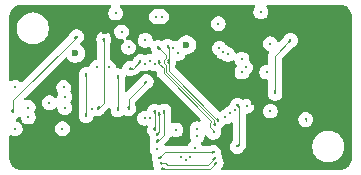
<source format=gbr>
%TF.GenerationSoftware,KiCad,Pcbnew,9.0.2*%
%TF.CreationDate,2025-06-09T13:24:08-05:00*%
%TF.ProjectId,ICEBATS384,49434542-4154-4533-9338-342e6b696361,rev?*%
%TF.SameCoordinates,Original*%
%TF.FileFunction,Copper,L3,Inr*%
%TF.FilePolarity,Positive*%
%FSLAX46Y46*%
G04 Gerber Fmt 4.6, Leading zero omitted, Abs format (unit mm)*
G04 Created by KiCad (PCBNEW 9.0.2) date 2025-06-09 13:24:08*
%MOMM*%
%LPD*%
G01*
G04 APERTURE LIST*
%TA.AperFunction,ViaPad*%
%ADD10C,0.250000*%
%TD*%
%TA.AperFunction,ViaPad*%
%ADD11C,0.600000*%
%TD*%
%TA.AperFunction,Conductor*%
%ADD12C,0.120000*%
%TD*%
G04 APERTURE END LIST*
D10*
%TO.N,GND*%
X47300000Y-38700000D03*
X47600000Y-42000000D03*
X41400000Y-43500000D03*
X45600000Y-41600000D03*
X35600000Y-36600000D03*
X37000000Y-36000000D03*
%TO.N,+3V3*%
X36900000Y-43500000D03*
%TO.N,GND*%
X26000000Y-40000000D03*
X26000000Y-43500000D03*
X30000000Y-43500000D03*
X30099992Y-40000008D03*
X32500000Y-41800000D03*
%TO.N,F_IO15*%
X44800000Y-45000000D03*
X41400000Y-44100000D03*
%TO.N,F_IO27*%
X37949997Y-34000000D03*
%TO.N,F_IO26*%
X38400000Y-34000000D03*
%TO.N,F_IO23*%
X43279972Y-36679888D03*
%TO.N,F_IO22*%
X43597505Y-36998753D03*
%TO.N,F_IO20*%
X45200000Y-37600000D03*
%TO.N,F_IO19*%
X45500000Y-38300000D03*
%TO.N,F_IO18*%
X45200000Y-38700000D03*
%TO.N,GND*%
X44000000Y-37200000D03*
X41200000Y-45100000D03*
%TO.N,+3V3*%
X42600000Y-44500000D03*
%TO.N,GND*%
X47600000Y-36300000D03*
X43200000Y-34600000D03*
X46800000Y-33600000D03*
X34500000Y-33700000D03*
%TO.N,+3V3*%
X44400000Y-35000000D03*
X44400000Y-36700000D03*
X47300000Y-42800000D03*
X47300000Y-44700000D03*
X28000000Y-39900000D03*
X28300000Y-42600000D03*
X46400000Y-43300000D03*
X36900000Y-33500000D03*
%TO.N,F_IO14*%
X43018283Y-46373133D03*
%TO.N,F_IO13*%
X42909142Y-45936567D03*
%TO.N,F_IO12*%
X42800000Y-45500000D03*
%TO.N,F_IO14*%
X38418283Y-46873133D03*
%TO.N,F_IO13*%
X38309142Y-46436567D03*
%TO.N,F_IO12*%
X38200000Y-46000000D03*
%TO.N,F_IO1*%
X36949997Y-42600000D03*
%TO.N,F_IO2*%
X37400000Y-42600000D03*
%TO.N,F_IO7*%
X38603976Y-41997987D03*
%TO.N,F_IO6*%
X38202495Y-42201247D03*
%TO.N,F_IO5*%
X37800000Y-42000000D03*
%TO.N,F_IO8*%
X38000000Y-45200000D03*
%TO.N,F_IO7*%
X38000000Y-44600000D03*
%TO.N,F_IO6*%
X38001247Y-44002495D03*
%TO.N,F_IO5*%
X37800000Y-43600000D03*
X39601247Y-43597505D03*
%TO.N,F_IO6*%
X40000000Y-45900000D03*
%TO.N,F_IO7*%
X40419006Y-46139468D03*
%TO.N,F_IO8*%
X40800000Y-45900000D03*
%TO.N,GND*%
X33900000Y-38300000D03*
%TO.N,F_IO32*%
X36600000Y-37800000D03*
%TO.N,F_IO30*%
X37400000Y-37800000D03*
%TO.N,+1V2*%
X39800000Y-37100000D03*
%TO.N,F_CDONE*%
X38900000Y-36500000D03*
%TO.N,W_|HOLD*%
X39396809Y-36675000D03*
%TO.N,+3V3*%
X36600000Y-42100000D03*
%TO.N,F_|CRST*%
X33500000Y-35900000D03*
%TO.N,F_IO31*%
X37100000Y-39500000D03*
%TO.N,F_CDONE*%
X39000000Y-37800000D03*
%TO.N,Net-(Q2-D1)*%
X34700000Y-41900000D03*
X34700000Y-39000000D03*
%TO.N,Net-(Q1-D1)*%
X32000000Y-42400000D03*
X32000000Y-38900000D03*
%TO.N,F_CDONE*%
X32900000Y-38300000D03*
%TO.N,F_|CRST*%
X33000000Y-41800000D03*
%TO.N,F_IO31*%
X35600000Y-41800000D03*
%TO.N,F_IO32*%
X35700000Y-38400000D03*
%TO.N,F_|CRST*%
X31200000Y-35700000D03*
%TO.N,W_|HOLD*%
X49300000Y-36000000D03*
X48000000Y-40500000D03*
%TO.N,F_IO12*%
X43800000Y-42500000D03*
%TO.N,F_IO13*%
X44200000Y-42200000D03*
%TO.N,F_IO14*%
X44598753Y-41902495D03*
%TO.N,F_IO15*%
X44800000Y-41500000D03*
X30200000Y-40800000D03*
%TO.N,F_IO13*%
X30200000Y-41700000D03*
%TO.N,F_IO14*%
X27100000Y-42500000D03*
%TO.N,W_|HOLD*%
X27100000Y-41700000D03*
%TO.N,F_|CRST*%
X25800000Y-42100000D03*
%TO.N,F_IO12*%
X28900000Y-41300000D03*
%TO.N,+3V3*%
X28900000Y-42100000D03*
%TO.N,CLOCK_EN*%
X42800000Y-43800000D03*
%TO.N,F_|CRST*%
X35000000Y-35300000D03*
X38100000Y-36600000D03*
%TO.N,CLOCK_EN*%
X50600000Y-42700000D03*
%TO.N,F_|CRST*%
X42900000Y-43200000D03*
%TO.N,F_CDONE*%
X43200000Y-42800000D03*
%TO.N,+3V3*%
X44100000Y-40100000D03*
%TO.N,F_IO29*%
X37800002Y-38006158D03*
%TO.N,F_IO31*%
X36999998Y-38006158D03*
%TO.N,CLOCK_EN*%
X38200001Y-37800000D03*
D11*
%TO.N,+1V2*%
X40500000Y-36400000D03*
X31100000Y-37100000D03*
%TO.N,+3V3*%
X39700000Y-35000000D03*
X43300000Y-35500000D03*
X51800000Y-36000000D03*
X49700000Y-43000000D03*
X46200000Y-41200000D03*
X46500000Y-34700000D03*
X37300000Y-45815000D03*
X33600000Y-35200000D03*
%TD*%
D12*
%TO.N,F_IO15*%
X44984753Y-41684753D02*
X44800000Y-41500000D01*
X44800000Y-45000000D02*
X44984753Y-44815247D01*
X44984753Y-44815247D02*
X44984753Y-41684753D01*
%TO.N,F_IO14*%
X42518283Y-46873133D02*
X38418283Y-46873133D01*
X43018283Y-46373133D02*
X42518283Y-46873133D01*
%TO.N,F_IO13*%
X38736566Y-46436567D02*
X38309142Y-46436567D01*
X42320241Y-46525468D02*
X38825467Y-46525468D01*
X38825467Y-46525468D02*
X38736566Y-46436567D01*
X42909142Y-45936567D02*
X42320241Y-46525468D01*
%TO.N,F_IO12*%
X38700000Y-45500000D02*
X38200000Y-46000000D01*
X42800000Y-45500000D02*
X38700000Y-45500000D01*
%TO.N,F_IO7*%
X38603976Y-43996024D02*
X38000000Y-44600000D01*
X38603976Y-41997987D02*
X38603976Y-43996024D01*
%TO.N,F_IO6*%
X38202495Y-43801247D02*
X38001247Y-44002495D01*
X38202495Y-42201247D02*
X38202495Y-43801247D01*
%TO.N,F_IO5*%
X37800000Y-42000000D02*
X37800000Y-43600000D01*
%TO.N,CLOCK_EN*%
X42754113Y-43754113D02*
X42800000Y-43800000D01*
X42754113Y-43586000D02*
X42754113Y-43754113D01*
X42740113Y-43586000D02*
X42754113Y-43586000D01*
X42514000Y-43040113D02*
X42514000Y-43359887D01*
X42593000Y-42961113D02*
X42514000Y-43040113D01*
X42514000Y-43359887D02*
X42740113Y-43586000D01*
X38558000Y-38783084D02*
X42593000Y-42818084D01*
X38558000Y-38358000D02*
X38558000Y-38783084D01*
X38200000Y-38000000D02*
X38558000Y-38358000D01*
X38200001Y-37800000D02*
X38200000Y-38000000D01*
X42593000Y-42818084D02*
X42593000Y-42961113D01*
%TO.N,F_|CRST*%
X42900000Y-43045887D02*
X42900000Y-43200000D01*
X42814000Y-42959887D02*
X42900000Y-43045887D01*
X42814000Y-42726542D02*
X42814000Y-42959887D01*
X38779000Y-38691542D02*
X42814000Y-42726542D01*
X38614000Y-37959887D02*
X38779000Y-38124887D01*
X38779000Y-37475113D02*
X38614000Y-37640113D01*
X38614000Y-37640113D02*
X38614000Y-37959887D01*
X38779000Y-37279000D02*
X38779000Y-37475113D01*
X38100000Y-36600000D02*
X38779000Y-37279000D01*
X38779000Y-38124887D02*
X38779000Y-38691542D01*
%TO.N,F_CDONE*%
X39000000Y-36600000D02*
X38900000Y-36500000D01*
X39000000Y-36954113D02*
X39000000Y-36600000D01*
%TO.N,F_|CRST*%
X33500000Y-41300000D02*
X33000000Y-41800000D01*
X33500000Y-35900000D02*
X33500000Y-41300000D01*
%TO.N,F_IO31*%
X35600000Y-41000000D02*
X35600000Y-41800000D01*
X37100000Y-39500000D02*
X35600000Y-41000000D01*
%TO.N,Net-(Q2-D1)*%
X34700000Y-39000000D02*
X34700000Y-41900000D01*
%TO.N,Net-(Q1-D1)*%
X32000000Y-38900000D02*
X32000000Y-42400000D01*
%TO.N,F_|CRST*%
X25800000Y-41100000D02*
X31200000Y-35700000D01*
X25800000Y-42100000D02*
X25800000Y-41100000D01*
%TO.N,W_|HOLD*%
X48000000Y-37300000D02*
X49300000Y-36000000D01*
X48000000Y-40500000D02*
X48000000Y-37300000D01*
%TO.N,F_CDONE*%
X39000000Y-37800000D02*
X39000000Y-36954113D01*
%TO.N,CLOCK_EN*%
X50600000Y-42800000D02*
X50600000Y-42700000D01*
%TO.N,F_CDONE*%
X39000000Y-38600000D02*
X43200000Y-42800000D01*
X39000000Y-37800000D02*
X39000000Y-38600000D01*
%TO.N,F_IO32*%
X35700000Y-38400000D02*
X36000000Y-38400000D01*
X36000000Y-38400000D02*
X36600000Y-37800000D01*
%TD*%
%TA.AperFunction,Conductor*%
%TO.N,+3V3*%
G36*
X34082585Y-33020185D02*
G01*
X34128340Y-33072989D01*
X34138284Y-33142147D01*
X34109259Y-33205703D01*
X34103227Y-33212181D01*
X34014144Y-33301263D01*
X34014141Y-33301267D01*
X33945692Y-33403707D01*
X33945687Y-33403716D01*
X33898538Y-33517545D01*
X33898535Y-33517555D01*
X33874500Y-33638389D01*
X33874500Y-33761610D01*
X33895837Y-33868880D01*
X33898537Y-33882452D01*
X33899529Y-33884847D01*
X33945687Y-33996283D01*
X33945692Y-33996292D01*
X34014141Y-34098732D01*
X34014144Y-34098736D01*
X34101263Y-34185855D01*
X34101267Y-34185858D01*
X34203707Y-34254307D01*
X34203713Y-34254310D01*
X34203714Y-34254311D01*
X34317548Y-34301463D01*
X34438389Y-34325499D01*
X34438393Y-34325500D01*
X34438394Y-34325500D01*
X34561607Y-34325500D01*
X34561608Y-34325499D01*
X34682452Y-34301463D01*
X34796286Y-34254311D01*
X34898733Y-34185858D01*
X34985858Y-34098733D01*
X35054311Y-33996286D01*
X35078293Y-33938389D01*
X37324497Y-33938389D01*
X37324497Y-34061610D01*
X37348532Y-34182444D01*
X37348534Y-34182452D01*
X37356408Y-34201461D01*
X37395684Y-34296283D01*
X37395689Y-34296292D01*
X37464138Y-34398732D01*
X37464141Y-34398736D01*
X37551260Y-34485855D01*
X37551264Y-34485858D01*
X37653704Y-34554307D01*
X37653710Y-34554310D01*
X37653711Y-34554311D01*
X37767545Y-34601463D01*
X37888386Y-34625499D01*
X37888390Y-34625500D01*
X37888391Y-34625500D01*
X38011601Y-34625500D01*
X38011603Y-34625500D01*
X38132449Y-34601463D01*
X38132458Y-34601458D01*
X38138280Y-34599694D01*
X38139061Y-34602270D01*
X38196939Y-34596012D01*
X38211537Y-34600290D01*
X38211718Y-34599694D01*
X38217537Y-34601458D01*
X38217548Y-34601463D01*
X38338389Y-34625499D01*
X38338393Y-34625500D01*
X38338394Y-34625500D01*
X38461607Y-34625500D01*
X38461608Y-34625499D01*
X38582452Y-34601463D01*
X38696286Y-34554311D01*
X38720115Y-34538389D01*
X42574500Y-34538389D01*
X42574500Y-34661610D01*
X42598535Y-34782444D01*
X42598538Y-34782454D01*
X42645687Y-34896283D01*
X42645692Y-34896292D01*
X42714141Y-34998732D01*
X42714144Y-34998736D01*
X42801263Y-35085855D01*
X42801267Y-35085858D01*
X42903707Y-35154307D01*
X42903713Y-35154310D01*
X42903714Y-35154311D01*
X43017548Y-35201463D01*
X43138389Y-35225499D01*
X43138393Y-35225500D01*
X43138394Y-35225500D01*
X43261607Y-35225500D01*
X43261608Y-35225499D01*
X43382452Y-35201463D01*
X43496286Y-35154311D01*
X43598733Y-35085858D01*
X43685858Y-34998733D01*
X43754311Y-34896286D01*
X43801463Y-34782452D01*
X43825500Y-34661606D01*
X43825500Y-34538394D01*
X43801463Y-34417548D01*
X43754311Y-34303714D01*
X43754310Y-34303713D01*
X43754307Y-34303707D01*
X43685858Y-34201267D01*
X43685855Y-34201263D01*
X43598736Y-34114144D01*
X43598732Y-34114141D01*
X43496292Y-34045692D01*
X43496283Y-34045687D01*
X43382925Y-33998733D01*
X43382452Y-33998537D01*
X43382448Y-33998536D01*
X43382444Y-33998535D01*
X43261610Y-33974500D01*
X43261606Y-33974500D01*
X43138394Y-33974500D01*
X43138389Y-33974500D01*
X43017555Y-33998535D01*
X43017545Y-33998538D01*
X42903716Y-34045687D01*
X42903707Y-34045692D01*
X42801267Y-34114141D01*
X42801263Y-34114144D01*
X42714144Y-34201263D01*
X42714141Y-34201267D01*
X42645692Y-34303707D01*
X42645687Y-34303716D01*
X42598538Y-34417545D01*
X42598535Y-34417555D01*
X42574500Y-34538389D01*
X38720115Y-34538389D01*
X38798733Y-34485858D01*
X38803006Y-34481585D01*
X38839971Y-34444621D01*
X38885855Y-34398736D01*
X38885858Y-34398733D01*
X38954311Y-34296286D01*
X39001463Y-34182452D01*
X39025500Y-34061606D01*
X39025500Y-33938394D01*
X39001463Y-33817548D01*
X38954311Y-33703714D01*
X38954310Y-33703713D01*
X38954307Y-33703707D01*
X38885858Y-33601267D01*
X38885855Y-33601263D01*
X38798736Y-33514144D01*
X38798732Y-33514141D01*
X38696292Y-33445692D01*
X38696283Y-33445687D01*
X38603477Y-33407246D01*
X38582452Y-33398537D01*
X38582448Y-33398536D01*
X38582444Y-33398535D01*
X38461610Y-33374500D01*
X38461606Y-33374500D01*
X38338394Y-33374500D01*
X38338389Y-33374500D01*
X38217551Y-33398536D01*
X38211716Y-33400306D01*
X38210947Y-33397772D01*
X38152819Y-33403944D01*
X38138461Y-33399720D01*
X38138284Y-33400307D01*
X38132443Y-33398535D01*
X38011607Y-33374500D01*
X38011603Y-33374500D01*
X37888391Y-33374500D01*
X37888386Y-33374500D01*
X37767552Y-33398535D01*
X37767542Y-33398538D01*
X37653713Y-33445687D01*
X37653704Y-33445692D01*
X37551264Y-33514141D01*
X37551260Y-33514144D01*
X37464141Y-33601263D01*
X37464138Y-33601267D01*
X37395689Y-33703707D01*
X37395684Y-33703716D01*
X37348535Y-33817545D01*
X37348532Y-33817555D01*
X37324497Y-33938389D01*
X35078293Y-33938389D01*
X35101463Y-33882452D01*
X35125500Y-33761606D01*
X35125500Y-33638394D01*
X35101463Y-33517548D01*
X35054311Y-33403714D01*
X35054310Y-33403713D01*
X35054307Y-33403707D01*
X34985858Y-33301267D01*
X34985855Y-33301263D01*
X34896773Y-33212181D01*
X34863288Y-33150858D01*
X34868272Y-33081166D01*
X34910144Y-33025233D01*
X34975608Y-33000816D01*
X34984454Y-33000500D01*
X46216731Y-33000500D01*
X46283770Y-33020185D01*
X46329525Y-33072989D01*
X46339469Y-33142147D01*
X46316077Y-33195234D01*
X46317526Y-33196202D01*
X46245692Y-33303707D01*
X46245687Y-33303716D01*
X46198538Y-33417545D01*
X46198535Y-33417555D01*
X46174500Y-33538389D01*
X46174500Y-33661610D01*
X46198535Y-33782444D01*
X46198538Y-33782454D01*
X46245687Y-33896283D01*
X46245692Y-33896292D01*
X46314141Y-33998732D01*
X46314144Y-33998736D01*
X46401263Y-34085855D01*
X46401267Y-34085858D01*
X46503707Y-34154307D01*
X46503713Y-34154310D01*
X46503714Y-34154311D01*
X46617548Y-34201463D01*
X46738389Y-34225499D01*
X46738393Y-34225500D01*
X46738394Y-34225500D01*
X46861607Y-34225500D01*
X46861608Y-34225499D01*
X46982452Y-34201463D01*
X47096286Y-34154311D01*
X47198733Y-34085858D01*
X47285858Y-33998733D01*
X47354311Y-33896286D01*
X47401463Y-33782452D01*
X47425500Y-33661606D01*
X47425500Y-33538394D01*
X47401463Y-33417548D01*
X47354311Y-33303714D01*
X47354310Y-33303713D01*
X47354307Y-33303707D01*
X47282474Y-33196202D01*
X47284020Y-33195168D01*
X47260103Y-33138857D01*
X47271893Y-33069989D01*
X47319045Y-33018428D01*
X47383269Y-33000500D01*
X53434108Y-33000500D01*
X53494587Y-33000500D01*
X53505394Y-33000972D01*
X53535721Y-33003625D01*
X53662755Y-33014739D01*
X53684035Y-33018491D01*
X53785539Y-33045689D01*
X53831369Y-33057969D01*
X53851681Y-33065362D01*
X53989915Y-33129822D01*
X54008633Y-33140629D01*
X54133582Y-33228119D01*
X54150140Y-33242013D01*
X54257986Y-33349859D01*
X54271880Y-33366417D01*
X54359370Y-33491366D01*
X54370177Y-33510084D01*
X54434637Y-33648318D01*
X54442030Y-33668630D01*
X54481507Y-33815961D01*
X54485260Y-33837246D01*
X54499028Y-33994605D01*
X54499500Y-34005413D01*
X54499500Y-45994586D01*
X54499028Y-46005393D01*
X54499028Y-46005394D01*
X54485260Y-46162753D01*
X54481507Y-46184038D01*
X54442030Y-46331369D01*
X54434637Y-46351681D01*
X54370177Y-46489915D01*
X54359370Y-46508633D01*
X54271880Y-46633582D01*
X54257986Y-46650140D01*
X54150140Y-46757986D01*
X54133582Y-46771880D01*
X54008633Y-46859370D01*
X53989915Y-46870177D01*
X53851681Y-46934637D01*
X53831369Y-46942030D01*
X53684038Y-46981507D01*
X53662753Y-46985260D01*
X53505395Y-46999028D01*
X53494587Y-46999500D01*
X43575870Y-46999500D01*
X43508831Y-46979815D01*
X43463076Y-46927011D01*
X43453132Y-46857853D01*
X43482157Y-46794297D01*
X43488189Y-46787819D01*
X43504138Y-46771869D01*
X43504141Y-46771866D01*
X43572594Y-46669419D01*
X43619746Y-46555585D01*
X43643783Y-46434739D01*
X43643783Y-46311527D01*
X43619746Y-46190681D01*
X43572594Y-46076847D01*
X43562413Y-46061610D01*
X43555539Y-46051321D01*
X43534662Y-45984644D01*
X43534642Y-45982432D01*
X43534642Y-45874960D01*
X43534641Y-45874956D01*
X43519541Y-45799040D01*
X43510605Y-45754115D01*
X43463453Y-45640281D01*
X43453576Y-45625499D01*
X43446397Y-45614754D01*
X43425520Y-45548077D01*
X43425500Y-45545864D01*
X43425500Y-45438393D01*
X43425499Y-45438389D01*
X43401464Y-45317555D01*
X43401463Y-45317548D01*
X43354311Y-45203714D01*
X43354310Y-45203713D01*
X43354307Y-45203707D01*
X43285858Y-45101267D01*
X43285855Y-45101263D01*
X43198736Y-45014144D01*
X43198732Y-45014141D01*
X43096292Y-44945692D01*
X43096283Y-44945687D01*
X42982454Y-44898538D01*
X42982455Y-44898538D01*
X42982452Y-44898537D01*
X42982448Y-44898536D01*
X42982444Y-44898535D01*
X42861610Y-44874500D01*
X42861606Y-44874500D01*
X42738394Y-44874500D01*
X42672118Y-44887681D01*
X42672087Y-44887688D01*
X42665288Y-44889041D01*
X42627045Y-44894065D01*
X42479649Y-44935400D01*
X42477814Y-44935856D01*
X42475255Y-44935747D01*
X42447974Y-44939500D01*
X41893410Y-44939500D01*
X41826371Y-44919815D01*
X41780616Y-44867011D01*
X41778849Y-44862953D01*
X41754312Y-44803717D01*
X41754311Y-44803714D01*
X41754308Y-44803709D01*
X41754304Y-44803702D01*
X41736277Y-44776722D01*
X41715399Y-44710045D01*
X41733884Y-44642665D01*
X41770486Y-44604731D01*
X41798733Y-44585858D01*
X41885858Y-44498733D01*
X41954311Y-44396286D01*
X42001463Y-44282452D01*
X42018068Y-44198969D01*
X42026689Y-44155631D01*
X42028037Y-44155899D01*
X42051580Y-44097584D01*
X42108612Y-44057221D01*
X42178412Y-44054099D01*
X42238819Y-44089209D01*
X42251930Y-44105627D01*
X42314141Y-44198732D01*
X42314144Y-44198736D01*
X42401263Y-44285855D01*
X42401267Y-44285858D01*
X42503707Y-44354307D01*
X42503713Y-44354310D01*
X42503714Y-44354311D01*
X42617548Y-44401463D01*
X42698451Y-44417555D01*
X42738389Y-44425499D01*
X42738393Y-44425500D01*
X42738394Y-44425500D01*
X42861607Y-44425500D01*
X42861608Y-44425499D01*
X42982452Y-44401463D01*
X43096286Y-44354311D01*
X43198733Y-44285858D01*
X43285858Y-44198733D01*
X43354311Y-44096286D01*
X43401463Y-43982452D01*
X43425500Y-43861606D01*
X43425500Y-43738394D01*
X43405019Y-43635426D01*
X43407032Y-43612925D01*
X43404384Y-43590490D01*
X43410391Y-43575387D01*
X43411246Y-43565836D01*
X43415181Y-43556888D01*
X43418862Y-43549338D01*
X43454311Y-43496286D01*
X43501463Y-43382452D01*
X43502305Y-43378213D01*
X43507812Y-43366922D01*
X43524945Y-43348130D01*
X43538879Y-43326857D01*
X43550365Y-43318175D01*
X43598733Y-43285858D01*
X43685858Y-43198733D01*
X43697969Y-43180606D01*
X43751581Y-43135804D01*
X43801070Y-43125500D01*
X43861607Y-43125500D01*
X43861608Y-43125499D01*
X43982452Y-43101463D01*
X44096286Y-43054311D01*
X44198733Y-42985858D01*
X44199200Y-42985391D01*
X44212572Y-42972020D01*
X44273895Y-42938535D01*
X44343587Y-42943519D01*
X44399520Y-42985391D01*
X44423937Y-43050855D01*
X44424253Y-43059701D01*
X44424253Y-44439793D01*
X44404568Y-44506832D01*
X44387934Y-44527474D01*
X44314144Y-44601263D01*
X44314141Y-44601267D01*
X44245692Y-44703707D01*
X44245687Y-44703716D01*
X44198538Y-44817545D01*
X44198535Y-44817555D01*
X44174500Y-44938389D01*
X44174500Y-45061610D01*
X44198535Y-45182444D01*
X44198538Y-45182454D01*
X44245687Y-45296283D01*
X44245692Y-45296292D01*
X44314141Y-45398732D01*
X44314144Y-45398736D01*
X44401263Y-45485855D01*
X44401267Y-45485858D01*
X44503707Y-45554307D01*
X44503716Y-45554312D01*
X44524739Y-45563020D01*
X44617548Y-45601463D01*
X44738389Y-45625499D01*
X44738393Y-45625500D01*
X44738394Y-45625500D01*
X44861607Y-45625500D01*
X44861608Y-45625499D01*
X44982452Y-45601463D01*
X45096286Y-45554311D01*
X45198733Y-45485858D01*
X45285858Y-45398733D01*
X45327274Y-45336748D01*
X45350761Y-45306158D01*
X45432519Y-45160666D01*
X45432853Y-45160111D01*
X45433258Y-45159408D01*
X45433265Y-45159402D01*
X45507056Y-45031592D01*
X45509028Y-45024234D01*
X45544001Y-44893713D01*
X51149500Y-44893713D01*
X51149500Y-45106287D01*
X51154585Y-45138394D01*
X51181156Y-45306158D01*
X51182754Y-45316243D01*
X51222443Y-45438394D01*
X51248444Y-45518414D01*
X51344951Y-45707820D01*
X51469890Y-45879786D01*
X51620213Y-46030109D01*
X51792179Y-46155048D01*
X51792181Y-46155049D01*
X51792184Y-46155051D01*
X51981588Y-46251557D01*
X52183757Y-46317246D01*
X52393713Y-46350500D01*
X52393714Y-46350500D01*
X52606286Y-46350500D01*
X52606287Y-46350500D01*
X52816243Y-46317246D01*
X53018412Y-46251557D01*
X53207816Y-46155051D01*
X53240754Y-46131120D01*
X53379786Y-46030109D01*
X53379788Y-46030106D01*
X53379792Y-46030104D01*
X53530104Y-45879792D01*
X53530106Y-45879788D01*
X53530109Y-45879786D01*
X53655048Y-45707820D01*
X53655047Y-45707820D01*
X53655051Y-45707816D01*
X53751557Y-45518412D01*
X53817246Y-45316243D01*
X53850500Y-45106287D01*
X53850500Y-44893713D01*
X53817246Y-44683757D01*
X53751557Y-44481588D01*
X53655051Y-44292184D01*
X53655049Y-44292181D01*
X53655048Y-44292179D01*
X53530109Y-44120213D01*
X53379786Y-43969890D01*
X53207820Y-43844951D01*
X53018414Y-43748444D01*
X53018413Y-43748443D01*
X53018412Y-43748443D01*
X52816243Y-43682754D01*
X52816241Y-43682753D01*
X52816240Y-43682753D01*
X52654957Y-43657208D01*
X52606287Y-43649500D01*
X52393713Y-43649500D01*
X52345042Y-43657208D01*
X52183760Y-43682753D01*
X52183757Y-43682754D01*
X52012516Y-43738394D01*
X51981585Y-43748444D01*
X51792179Y-43844951D01*
X51620213Y-43969890D01*
X51469890Y-44120213D01*
X51344951Y-44292179D01*
X51248444Y-44481585D01*
X51182753Y-44683760D01*
X51163754Y-44803717D01*
X51149500Y-44893713D01*
X45544001Y-44893713D01*
X45545253Y-44889039D01*
X45545253Y-44741456D01*
X45545253Y-42638389D01*
X49974500Y-42638389D01*
X49974500Y-42761610D01*
X49996955Y-42874500D01*
X49998537Y-42882452D01*
X50002851Y-42892867D01*
X50045687Y-42996283D01*
X50045692Y-42996292D01*
X50114140Y-43098731D01*
X50114141Y-43098732D01*
X50114142Y-43098733D01*
X50128914Y-43113505D01*
X50148617Y-43139183D01*
X50151488Y-43144155D01*
X50255845Y-43248512D01*
X50383655Y-43322303D01*
X50526209Y-43360500D01*
X50526211Y-43360500D01*
X50673789Y-43360500D01*
X50673791Y-43360500D01*
X50816345Y-43322303D01*
X50944155Y-43248512D01*
X51048512Y-43144155D01*
X51051376Y-43139192D01*
X51071089Y-43113501D01*
X51085858Y-43098733D01*
X51154311Y-42996286D01*
X51201463Y-42882452D01*
X51225500Y-42761606D01*
X51225500Y-42638394D01*
X51201463Y-42517548D01*
X51154311Y-42403714D01*
X51154310Y-42403713D01*
X51154307Y-42403707D01*
X51085858Y-42301267D01*
X51085855Y-42301263D01*
X50998736Y-42214144D01*
X50998732Y-42214141D01*
X50896292Y-42145692D01*
X50896283Y-42145687D01*
X50791331Y-42102215D01*
X50782452Y-42098537D01*
X50782448Y-42098536D01*
X50782444Y-42098535D01*
X50661610Y-42074500D01*
X50661606Y-42074500D01*
X50538394Y-42074500D01*
X50538389Y-42074500D01*
X50417555Y-42098535D01*
X50417545Y-42098538D01*
X50303716Y-42145687D01*
X50303707Y-42145692D01*
X50201267Y-42214141D01*
X50201263Y-42214144D01*
X50114144Y-42301263D01*
X50114141Y-42301267D01*
X50045692Y-42403707D01*
X50045687Y-42403716D01*
X49998538Y-42517545D01*
X49998535Y-42517555D01*
X49974500Y-42638389D01*
X45545253Y-42638389D01*
X45545253Y-42349346D01*
X45564938Y-42282307D01*
X45617742Y-42236552D01*
X45657110Y-42225942D01*
X45661595Y-42225500D01*
X45661606Y-42225500D01*
X45782452Y-42201463D01*
X45896286Y-42154311D01*
X45998733Y-42085858D01*
X46085858Y-41998733D01*
X46126179Y-41938389D01*
X46974500Y-41938389D01*
X46974500Y-42061610D01*
X46998535Y-42182444D01*
X46998537Y-42182452D01*
X47006411Y-42201461D01*
X47045687Y-42296283D01*
X47045692Y-42296292D01*
X47114141Y-42398732D01*
X47114144Y-42398736D01*
X47201263Y-42485855D01*
X47201267Y-42485858D01*
X47303707Y-42554307D01*
X47303716Y-42554312D01*
X47321328Y-42561607D01*
X47417548Y-42601463D01*
X47538389Y-42625499D01*
X47538393Y-42625500D01*
X47538394Y-42625500D01*
X47661607Y-42625500D01*
X47661608Y-42625499D01*
X47782452Y-42601463D01*
X47896286Y-42554311D01*
X47896292Y-42554307D01*
X47933868Y-42529200D01*
X47975377Y-42501464D01*
X47998733Y-42485858D01*
X48085858Y-42398733D01*
X48154311Y-42296286D01*
X48201463Y-42182452D01*
X48225500Y-42061606D01*
X48225500Y-41938394D01*
X48201463Y-41817548D01*
X48158631Y-41714144D01*
X48154312Y-41703716D01*
X48154307Y-41703707D01*
X48085858Y-41601267D01*
X48085855Y-41601263D01*
X47998736Y-41514144D01*
X47998732Y-41514141D01*
X47896292Y-41445692D01*
X47896283Y-41445687D01*
X47803477Y-41407246D01*
X47782452Y-41398537D01*
X47782448Y-41398536D01*
X47782444Y-41398535D01*
X47661610Y-41374500D01*
X47661606Y-41374500D01*
X47538394Y-41374500D01*
X47538389Y-41374500D01*
X47417555Y-41398535D01*
X47417545Y-41398538D01*
X47303716Y-41445687D01*
X47303707Y-41445692D01*
X47201267Y-41514141D01*
X47201263Y-41514144D01*
X47114144Y-41601263D01*
X47114141Y-41601267D01*
X47045692Y-41703707D01*
X47045687Y-41703716D01*
X46998538Y-41817545D01*
X46998535Y-41817555D01*
X46974500Y-41938389D01*
X46126179Y-41938389D01*
X46154311Y-41896286D01*
X46156381Y-41891288D01*
X46159050Y-41884847D01*
X46159050Y-41884846D01*
X46186923Y-41817555D01*
X46201463Y-41782452D01*
X46225500Y-41661606D01*
X46225500Y-41538394D01*
X46201463Y-41417548D01*
X46154311Y-41303714D01*
X46154310Y-41303713D01*
X46154307Y-41303707D01*
X46085858Y-41201267D01*
X46085855Y-41201263D01*
X45998736Y-41114144D01*
X45998732Y-41114141D01*
X45896292Y-41045692D01*
X45896283Y-41045687D01*
X45794933Y-41003707D01*
X45782452Y-40998537D01*
X45782448Y-40998536D01*
X45782444Y-40998535D01*
X45661610Y-40974500D01*
X45661606Y-40974500D01*
X45538394Y-40974500D01*
X45538389Y-40974500D01*
X45417555Y-40998535D01*
X45417541Y-40998539D01*
X45328157Y-41035563D01*
X45258688Y-41043032D01*
X45202044Y-41016859D01*
X45198735Y-41014144D01*
X45198733Y-41014142D01*
X45198271Y-41013833D01*
X45096292Y-40945692D01*
X45096283Y-40945687D01*
X44994047Y-40903340D01*
X44982452Y-40898537D01*
X44982448Y-40898536D01*
X44982444Y-40898535D01*
X44861610Y-40874500D01*
X44861606Y-40874500D01*
X44738394Y-40874500D01*
X44738389Y-40874500D01*
X44617555Y-40898535D01*
X44617545Y-40898538D01*
X44503716Y-40945687D01*
X44503707Y-40945692D01*
X44401267Y-41014141D01*
X44401263Y-41014144D01*
X44314144Y-41101263D01*
X44314141Y-41101267D01*
X44245692Y-41203707D01*
X44245687Y-41203716D01*
X44198538Y-41317545D01*
X44198535Y-41317555D01*
X44180903Y-41406199D01*
X44174879Y-41419021D01*
X44173671Y-41429884D01*
X44160678Y-41449250D01*
X44155549Y-41460170D01*
X44151498Y-41465158D01*
X44112895Y-41503762D01*
X44079158Y-41554250D01*
X44075518Y-41558735D01*
X44051310Y-41575410D01*
X44028743Y-41594270D01*
X44020748Y-41597211D01*
X44018023Y-41598340D01*
X44017979Y-41598371D01*
X44017946Y-41598372D01*
X43903716Y-41645687D01*
X43903707Y-41645692D01*
X43801267Y-41714141D01*
X43801263Y-41714144D01*
X43714148Y-41801260D01*
X43714145Y-41801263D01*
X43714142Y-41801266D01*
X43714142Y-41801267D01*
X43687569Y-41841034D01*
X43681829Y-41849626D01*
X43628216Y-41894430D01*
X43621478Y-41896909D01*
X43503716Y-41945687D01*
X43503707Y-41945692D01*
X43401267Y-42014141D01*
X43401263Y-42014144D01*
X43391718Y-42023690D01*
X43330395Y-42057175D01*
X43260703Y-42052191D01*
X43216356Y-42023690D01*
X39596819Y-38404153D01*
X39582115Y-38377225D01*
X39565523Y-38351407D01*
X39564631Y-38345206D01*
X39563334Y-38342830D01*
X39560500Y-38316472D01*
X39560500Y-38152023D01*
X39565106Y-38118540D01*
X39593431Y-38017539D01*
X39605934Y-37972956D01*
X39610309Y-37956269D01*
X39610501Y-37955482D01*
X39622523Y-37884677D01*
X39622522Y-37884668D01*
X39622727Y-37881346D01*
X39622854Y-37879497D01*
X39623421Y-37872054D01*
X39625500Y-37861606D01*
X39625500Y-37844784D01*
X39625859Y-37840075D01*
X39636618Y-37811635D01*
X39645185Y-37782461D01*
X39648860Y-37779276D01*
X39650582Y-37774726D01*
X39675011Y-37756616D01*
X39697989Y-37736706D01*
X39703481Y-37735511D01*
X39706711Y-37733117D01*
X39717934Y-37732366D01*
X39749500Y-37725500D01*
X39861607Y-37725500D01*
X39861608Y-37725499D01*
X39982452Y-37701463D01*
X40096286Y-37654311D01*
X40198733Y-37585858D01*
X40285858Y-37498733D01*
X40354311Y-37396286D01*
X40401463Y-37282452D01*
X40401463Y-37282450D01*
X40403701Y-37277048D01*
X40447542Y-37222644D01*
X40513836Y-37200579D01*
X40518262Y-37200500D01*
X40578844Y-37200500D01*
X40578845Y-37200499D01*
X40733497Y-37169737D01*
X40849759Y-37121580D01*
X40879172Y-37109397D01*
X40879172Y-37109396D01*
X40879179Y-37109394D01*
X41010289Y-37021789D01*
X41121789Y-36910289D01*
X41209394Y-36779179D01*
X41269737Y-36633497D01*
X41271877Y-36622737D01*
X41272764Y-36618277D01*
X42654472Y-36618277D01*
X42654472Y-36741498D01*
X42678507Y-36862332D01*
X42678509Y-36862340D01*
X42680236Y-36866510D01*
X42725659Y-36976171D01*
X42725664Y-36976180D01*
X42794113Y-37078620D01*
X42794116Y-37078624D01*
X42881238Y-37165746D01*
X42950001Y-37211691D01*
X42983686Y-37234199D01*
X42983693Y-37234201D01*
X42988610Y-37236830D01*
X43038458Y-37285788D01*
X43040459Y-37289924D01*
X43043195Y-37295041D01*
X43111643Y-37397481D01*
X43111649Y-37397489D01*
X43198768Y-37484608D01*
X43198772Y-37484611D01*
X43301212Y-37553060D01*
X43301218Y-37553063D01*
X43301219Y-37553064D01*
X43415053Y-37600216D01*
X43503706Y-37617849D01*
X43565614Y-37650233D01*
X43567195Y-37651786D01*
X43601263Y-37685855D01*
X43601267Y-37685858D01*
X43703707Y-37754307D01*
X43703716Y-37754312D01*
X43720717Y-37761354D01*
X43817548Y-37801463D01*
X43938389Y-37825499D01*
X43938393Y-37825500D01*
X43938394Y-37825500D01*
X44061607Y-37825500D01*
X44061608Y-37825499D01*
X44182452Y-37801463D01*
X44296286Y-37754311D01*
X44318527Y-37739450D01*
X44403798Y-37682474D01*
X44405632Y-37685219D01*
X44456034Y-37662675D01*
X44525113Y-37673158D01*
X44577558Y-37719323D01*
X44594340Y-37761354D01*
X44598537Y-37782452D01*
X44605199Y-37798535D01*
X44645687Y-37896283D01*
X44645692Y-37896292D01*
X44714141Y-37998732D01*
X44714144Y-37998736D01*
X44777727Y-38062319D01*
X44811212Y-38123642D01*
X44806228Y-38193334D01*
X44777727Y-38237681D01*
X44714144Y-38301263D01*
X44714141Y-38301267D01*
X44645692Y-38403707D01*
X44645687Y-38403716D01*
X44598538Y-38517545D01*
X44598535Y-38517555D01*
X44574500Y-38638389D01*
X44574500Y-38761610D01*
X44598535Y-38882444D01*
X44598538Y-38882454D01*
X44645687Y-38996283D01*
X44645692Y-38996292D01*
X44714141Y-39098732D01*
X44714144Y-39098736D01*
X44801263Y-39185855D01*
X44801267Y-39185858D01*
X44903707Y-39254307D01*
X44903713Y-39254310D01*
X44903714Y-39254311D01*
X45017548Y-39301463D01*
X45098451Y-39317555D01*
X45138389Y-39325499D01*
X45138393Y-39325500D01*
X45138394Y-39325500D01*
X45261607Y-39325500D01*
X45261608Y-39325499D01*
X45382452Y-39301463D01*
X45496286Y-39254311D01*
X45598733Y-39185858D01*
X45685858Y-39098733D01*
X45754311Y-38996286D01*
X45789295Y-38911829D01*
X45803795Y-38876823D01*
X45805649Y-38877591D01*
X45838879Y-38826857D01*
X45850365Y-38818175D01*
X45898733Y-38785858D01*
X45985858Y-38698733D01*
X46026179Y-38638389D01*
X46674500Y-38638389D01*
X46674500Y-38761610D01*
X46698535Y-38882444D01*
X46698538Y-38882454D01*
X46745687Y-38996283D01*
X46745692Y-38996292D01*
X46814141Y-39098732D01*
X46814144Y-39098736D01*
X46901263Y-39185855D01*
X46901267Y-39185858D01*
X47003707Y-39254307D01*
X47003713Y-39254310D01*
X47003714Y-39254311D01*
X47117548Y-39301463D01*
X47198451Y-39317555D01*
X47238389Y-39325499D01*
X47238393Y-39325500D01*
X47315500Y-39325500D01*
X47382539Y-39345185D01*
X47428294Y-39397989D01*
X47439500Y-39449500D01*
X47439500Y-40147969D01*
X47434894Y-40181452D01*
X47394061Y-40327052D01*
X47389508Y-40344474D01*
X47389321Y-40345246D01*
X47389320Y-40345252D01*
X47377475Y-40415325D01*
X47377273Y-40418637D01*
X47375124Y-40435254D01*
X47374500Y-40438388D01*
X47374500Y-40561610D01*
X47398535Y-40682444D01*
X47398538Y-40682454D01*
X47445687Y-40796283D01*
X47445692Y-40796292D01*
X47514141Y-40898732D01*
X47514144Y-40898736D01*
X47601263Y-40985855D01*
X47601267Y-40985858D01*
X47703707Y-41054307D01*
X47703713Y-41054310D01*
X47703714Y-41054311D01*
X47817548Y-41101463D01*
X47898451Y-41117555D01*
X47938389Y-41125499D01*
X47938393Y-41125500D01*
X47938394Y-41125500D01*
X48061607Y-41125500D01*
X48061608Y-41125499D01*
X48182452Y-41101463D01*
X48296286Y-41054311D01*
X48398733Y-40985858D01*
X48485858Y-40898733D01*
X48554311Y-40796286D01*
X48601463Y-40682452D01*
X48625500Y-40561606D01*
X48625500Y-40438394D01*
X48624875Y-40435254D01*
X48617612Y-40398741D01*
X48610957Y-40365283D01*
X48605934Y-40327042D01*
X48564603Y-40179664D01*
X48564144Y-40177813D01*
X48564252Y-40175255D01*
X48560500Y-40147974D01*
X48560500Y-37583528D01*
X48580185Y-37516489D01*
X48596819Y-37495847D01*
X49018147Y-37074519D01*
X49447418Y-36645247D01*
X49474343Y-36624834D01*
X49606158Y-36550761D01*
X49615198Y-36545473D01*
X49621223Y-36541950D01*
X49621248Y-36541935D01*
X49621940Y-36541514D01*
X49680339Y-36500046D01*
X49680345Y-36500038D01*
X49682796Y-36497871D01*
X49696096Y-36487620D01*
X49698734Y-36485857D01*
X49785855Y-36398736D01*
X49785858Y-36398733D01*
X49854311Y-36296286D01*
X49901463Y-36182452D01*
X49925500Y-36061606D01*
X49925500Y-35938394D01*
X49901463Y-35817548D01*
X49854311Y-35703714D01*
X49854310Y-35703713D01*
X49854307Y-35703707D01*
X49785858Y-35601267D01*
X49785855Y-35601263D01*
X49698736Y-35514144D01*
X49698732Y-35514141D01*
X49596292Y-35445692D01*
X49596283Y-35445687D01*
X49482454Y-35398538D01*
X49482455Y-35398538D01*
X49482452Y-35398537D01*
X49482448Y-35398536D01*
X49482444Y-35398535D01*
X49361610Y-35374500D01*
X49361606Y-35374500D01*
X49238394Y-35374500D01*
X49238389Y-35374500D01*
X49117555Y-35398535D01*
X49117545Y-35398538D01*
X49003716Y-35445687D01*
X49003707Y-35445692D01*
X48901267Y-35514141D01*
X48901263Y-35514144D01*
X48814146Y-35601261D01*
X48814139Y-35601269D01*
X48776609Y-35657435D01*
X48776591Y-35657463D01*
X48772736Y-35663234D01*
X48749241Y-35693837D01*
X48674255Y-35827271D01*
X48673268Y-35828910D01*
X48671383Y-35830640D01*
X48654745Y-35852586D01*
X48387845Y-36119487D01*
X48326522Y-36152972D01*
X48256831Y-36147988D01*
X48200897Y-36106117D01*
X48185603Y-36079259D01*
X48154312Y-36003716D01*
X48154307Y-36003707D01*
X48085858Y-35901267D01*
X48085855Y-35901263D01*
X47998736Y-35814144D01*
X47998732Y-35814141D01*
X47896292Y-35745692D01*
X47896283Y-35745687D01*
X47782925Y-35698733D01*
X47782452Y-35698537D01*
X47782448Y-35698536D01*
X47782444Y-35698535D01*
X47661610Y-35674500D01*
X47661606Y-35674500D01*
X47538394Y-35674500D01*
X47538389Y-35674500D01*
X47417555Y-35698535D01*
X47417545Y-35698538D01*
X47303716Y-35745687D01*
X47303707Y-35745692D01*
X47201267Y-35814141D01*
X47201263Y-35814144D01*
X47114144Y-35901263D01*
X47114141Y-35901267D01*
X47045692Y-36003707D01*
X47045687Y-36003716D01*
X46998538Y-36117545D01*
X46998535Y-36117555D01*
X46974500Y-36238389D01*
X46974500Y-36361610D01*
X46998535Y-36482444D01*
X46998537Y-36482452D01*
X46999948Y-36485858D01*
X47045687Y-36596283D01*
X47045692Y-36596292D01*
X47114141Y-36698732D01*
X47114144Y-36698736D01*
X47201263Y-36785855D01*
X47201267Y-36785858D01*
X47303707Y-36854307D01*
X47303720Y-36854314D01*
X47393853Y-36891648D01*
X47405042Y-36896283D01*
X47420344Y-36902621D01*
X47474748Y-36946462D01*
X47496813Y-37012756D01*
X47491613Y-37052976D01*
X47487463Y-37066740D01*
X47482972Y-37074519D01*
X47477697Y-37083655D01*
X47440926Y-37220888D01*
X47440434Y-37222724D01*
X47439500Y-37226210D01*
X47439500Y-37950500D01*
X47419815Y-38017539D01*
X47367011Y-38063294D01*
X47315500Y-38074500D01*
X47238389Y-38074500D01*
X47117555Y-38098535D01*
X47117545Y-38098538D01*
X47003716Y-38145687D01*
X47003707Y-38145692D01*
X46901267Y-38214141D01*
X46901263Y-38214144D01*
X46814144Y-38301263D01*
X46814141Y-38301267D01*
X46745692Y-38403707D01*
X46745687Y-38403716D01*
X46698538Y-38517545D01*
X46698535Y-38517555D01*
X46674500Y-38638389D01*
X46026179Y-38638389D01*
X46054311Y-38596286D01*
X46056145Y-38591858D01*
X46059050Y-38584847D01*
X46059050Y-38584846D01*
X46086923Y-38517555D01*
X46101463Y-38482452D01*
X46125500Y-38361606D01*
X46125500Y-38238394D01*
X46101463Y-38117548D01*
X46054311Y-38003714D01*
X46054310Y-38003713D01*
X46054307Y-38003707D01*
X45985858Y-37901267D01*
X45985855Y-37901263D01*
X45898736Y-37814144D01*
X45898730Y-37814139D01*
X45876199Y-37799084D01*
X45831394Y-37745471D01*
X45822688Y-37676146D01*
X45823469Y-37671816D01*
X45825500Y-37661606D01*
X45825500Y-37538394D01*
X45801463Y-37417548D01*
X45758631Y-37314144D01*
X45754312Y-37303716D01*
X45754307Y-37303707D01*
X45685858Y-37201267D01*
X45685855Y-37201263D01*
X45598736Y-37114144D01*
X45598732Y-37114141D01*
X45496292Y-37045692D01*
X45496283Y-37045687D01*
X45382925Y-36998733D01*
X45382452Y-36998537D01*
X45382448Y-36998536D01*
X45382444Y-36998535D01*
X45261610Y-36974500D01*
X45261606Y-36974500D01*
X45138394Y-36974500D01*
X45138389Y-36974500D01*
X45017555Y-36998535D01*
X45017545Y-36998538D01*
X44903716Y-37045687D01*
X44903707Y-37045692D01*
X44796202Y-37117526D01*
X44794761Y-37115370D01*
X44740092Y-37137788D01*
X44671377Y-37125138D01*
X44620410Y-37077346D01*
X44605659Y-37038645D01*
X44601463Y-37017548D01*
X44557036Y-36910292D01*
X44554312Y-36903716D01*
X44554307Y-36903707D01*
X44485858Y-36801267D01*
X44485855Y-36801263D01*
X44398736Y-36714144D01*
X44398732Y-36714141D01*
X44296292Y-36645692D01*
X44296283Y-36645687D01*
X44182454Y-36598538D01*
X44182455Y-36598538D01*
X44182452Y-36598537D01*
X44182448Y-36598536D01*
X44182444Y-36598535D01*
X44093800Y-36580903D01*
X44044029Y-36558813D01*
X44036737Y-36553394D01*
X43996238Y-36512895D01*
X43893791Y-36444442D01*
X43885510Y-36441011D01*
X43873347Y-36431973D01*
X43857635Y-36411136D01*
X43839015Y-36392848D01*
X43837015Y-36388714D01*
X43834281Y-36383598D01*
X43765830Y-36281155D01*
X43765827Y-36281151D01*
X43678708Y-36194032D01*
X43678704Y-36194029D01*
X43576264Y-36125580D01*
X43576255Y-36125575D01*
X43462426Y-36078426D01*
X43462427Y-36078426D01*
X43462424Y-36078425D01*
X43462420Y-36078424D01*
X43462416Y-36078423D01*
X43341582Y-36054388D01*
X43341578Y-36054388D01*
X43218366Y-36054388D01*
X43218361Y-36054388D01*
X43097527Y-36078423D01*
X43097517Y-36078426D01*
X42983688Y-36125575D01*
X42983679Y-36125580D01*
X42881239Y-36194029D01*
X42881235Y-36194032D01*
X42794116Y-36281151D01*
X42794113Y-36281155D01*
X42725664Y-36383595D01*
X42725659Y-36383604D01*
X42678510Y-36497433D01*
X42678507Y-36497443D01*
X42654472Y-36618277D01*
X41272764Y-36618277D01*
X41278788Y-36587998D01*
X41278788Y-36587997D01*
X41299104Y-36485858D01*
X41300500Y-36478842D01*
X41300500Y-36321158D01*
X41300500Y-36321155D01*
X41300499Y-36321153D01*
X41298302Y-36310106D01*
X41269737Y-36166503D01*
X41269735Y-36166498D01*
X41209397Y-36020827D01*
X41209390Y-36020814D01*
X41121789Y-35889711D01*
X41121786Y-35889707D01*
X41010292Y-35778213D01*
X41010288Y-35778210D01*
X40879185Y-35690609D01*
X40879172Y-35690602D01*
X40733501Y-35630264D01*
X40733489Y-35630261D01*
X40578845Y-35599500D01*
X40578842Y-35599500D01*
X40421158Y-35599500D01*
X40421155Y-35599500D01*
X40266510Y-35630261D01*
X40266498Y-35630264D01*
X40120827Y-35690602D01*
X40120814Y-35690609D01*
X39989711Y-35778210D01*
X39989707Y-35778213D01*
X39878213Y-35889707D01*
X39878210Y-35889711D01*
X39790609Y-36020814D01*
X39790602Y-36020827D01*
X39788465Y-36025987D01*
X39744619Y-36080386D01*
X39678323Y-36102445D01*
X39626456Y-36093086D01*
X39579259Y-36073536D01*
X39579253Y-36073535D01*
X39458419Y-36049500D01*
X39458415Y-36049500D01*
X39385454Y-36049500D01*
X39318415Y-36029815D01*
X39303569Y-36017852D01*
X39303443Y-36018007D01*
X39298732Y-36014141D01*
X39196292Y-35945692D01*
X39196283Y-35945687D01*
X39089511Y-35901461D01*
X39082452Y-35898537D01*
X39082448Y-35898536D01*
X39082444Y-35898535D01*
X38961610Y-35874500D01*
X38961606Y-35874500D01*
X38838394Y-35874500D01*
X38838389Y-35874500D01*
X38717555Y-35898535D01*
X38717545Y-35898538D01*
X38603716Y-35945687D01*
X38603707Y-35945692D01*
X38501269Y-36014140D01*
X38497956Y-36016859D01*
X38433645Y-36044169D01*
X38371843Y-36035563D01*
X38282458Y-35998539D01*
X38282454Y-35998537D01*
X38282452Y-35998537D01*
X38282448Y-35998536D01*
X38282444Y-35998535D01*
X38161610Y-35974500D01*
X38161606Y-35974500D01*
X38038394Y-35974500D01*
X38038389Y-35974500D01*
X37917555Y-35998535D01*
X37917545Y-35998538D01*
X37798086Y-36048020D01*
X37797119Y-36045687D01*
X37739499Y-36057660D01*
X37674266Y-36032633D01*
X37632919Y-35976311D01*
X37627303Y-35944336D01*
X37626097Y-35944455D01*
X37625500Y-35938399D01*
X37625500Y-35938394D01*
X37601463Y-35817548D01*
X37554311Y-35703714D01*
X37554310Y-35703713D01*
X37554307Y-35703707D01*
X37485858Y-35601267D01*
X37485855Y-35601263D01*
X37398736Y-35514144D01*
X37398732Y-35514141D01*
X37296292Y-35445692D01*
X37296283Y-35445687D01*
X37182454Y-35398538D01*
X37182455Y-35398538D01*
X37182452Y-35398537D01*
X37182448Y-35398536D01*
X37182444Y-35398535D01*
X37061610Y-35374500D01*
X37061606Y-35374500D01*
X36938394Y-35374500D01*
X36938389Y-35374500D01*
X36817555Y-35398535D01*
X36817545Y-35398538D01*
X36703716Y-35445687D01*
X36703707Y-35445692D01*
X36601267Y-35514141D01*
X36601263Y-35514144D01*
X36514144Y-35601263D01*
X36514141Y-35601267D01*
X36445692Y-35703707D01*
X36445687Y-35703716D01*
X36398538Y-35817545D01*
X36398535Y-35817555D01*
X36374500Y-35938389D01*
X36374500Y-36061610D01*
X36395366Y-36166510D01*
X36398537Y-36182452D01*
X36407246Y-36203477D01*
X36445687Y-36296283D01*
X36445692Y-36296292D01*
X36514141Y-36398732D01*
X36514144Y-36398736D01*
X36601263Y-36485855D01*
X36601267Y-36485858D01*
X36703707Y-36554307D01*
X36703716Y-36554312D01*
X36724739Y-36563020D01*
X36817548Y-36601463D01*
X36902106Y-36618282D01*
X36938389Y-36625499D01*
X36938393Y-36625500D01*
X36938394Y-36625500D01*
X37061607Y-36625500D01*
X37061608Y-36625499D01*
X37182452Y-36601463D01*
X37296286Y-36554311D01*
X37296285Y-36554311D01*
X37301914Y-36551980D01*
X37302886Y-36554326D01*
X37360416Y-36542332D01*
X37425666Y-36567314D01*
X37467052Y-36623608D01*
X37472692Y-36655664D01*
X37473903Y-36655545D01*
X37474500Y-36661610D01*
X37497886Y-36779179D01*
X37498537Y-36782452D01*
X37507246Y-36803477D01*
X37545687Y-36896283D01*
X37545692Y-36896292D01*
X37606650Y-36987522D01*
X37627528Y-37054200D01*
X37609043Y-37121580D01*
X37557064Y-37168270D01*
X37488094Y-37179446D01*
X37479359Y-37178031D01*
X37461606Y-37174500D01*
X37338394Y-37174500D01*
X37338389Y-37174500D01*
X37217555Y-37198535D01*
X37217545Y-37198538D01*
X37103716Y-37245687D01*
X37103709Y-37245691D01*
X37068890Y-37268957D01*
X37002213Y-37289834D01*
X36934833Y-37271349D01*
X36931110Y-37268957D01*
X36896290Y-37245691D01*
X36896283Y-37245687D01*
X36789511Y-37201461D01*
X36782452Y-37198537D01*
X36782448Y-37198536D01*
X36782444Y-37198535D01*
X36661610Y-37174500D01*
X36661606Y-37174500D01*
X36538394Y-37174500D01*
X36538389Y-37174500D01*
X36417555Y-37198535D01*
X36417545Y-37198538D01*
X36303716Y-37245687D01*
X36303707Y-37245692D01*
X36201267Y-37314141D01*
X36201263Y-37314144D01*
X36114146Y-37401261D01*
X36114139Y-37401269D01*
X36076609Y-37457435D01*
X36076591Y-37457463D01*
X36072736Y-37463234D01*
X36049241Y-37493837D01*
X35974254Y-37627274D01*
X35973267Y-37628912D01*
X35971382Y-37630642D01*
X35954744Y-37652588D01*
X35867882Y-37739450D01*
X35806559Y-37772935D01*
X35767841Y-37773319D01*
X35767666Y-37775097D01*
X35761607Y-37774500D01*
X35761606Y-37774500D01*
X35638394Y-37774500D01*
X35638389Y-37774500D01*
X35517555Y-37798535D01*
X35517545Y-37798538D01*
X35403716Y-37845687D01*
X35403707Y-37845692D01*
X35301267Y-37914141D01*
X35301263Y-37914144D01*
X35214144Y-38001263D01*
X35214141Y-38001267D01*
X35145692Y-38103707D01*
X35145687Y-38103716D01*
X35098538Y-38217545D01*
X35098535Y-38217555D01*
X35078305Y-38319261D01*
X35045921Y-38381172D01*
X34985205Y-38415746D01*
X34915435Y-38412007D01*
X34909235Y-38409631D01*
X34882454Y-38398538D01*
X34882455Y-38398538D01*
X34882452Y-38398537D01*
X34882448Y-38398536D01*
X34882444Y-38398535D01*
X34761610Y-38374500D01*
X34761606Y-38374500D01*
X34649500Y-38374500D01*
X34582461Y-38354815D01*
X34536706Y-38302011D01*
X34525500Y-38250500D01*
X34525500Y-38238393D01*
X34525499Y-38238389D01*
X34521353Y-38217545D01*
X34501463Y-38117548D01*
X34454311Y-38003714D01*
X34454310Y-38003713D01*
X34454307Y-38003707D01*
X34385858Y-37901267D01*
X34385855Y-37901263D01*
X34298736Y-37814144D01*
X34298732Y-37814141D01*
X34196292Y-37745692D01*
X34196280Y-37745686D01*
X34137045Y-37721149D01*
X34082643Y-37677307D01*
X34060579Y-37611013D01*
X34060500Y-37606589D01*
X34060500Y-36252023D01*
X34065106Y-36218540D01*
X34069951Y-36201263D01*
X34105934Y-36072956D01*
X34110309Y-36056269D01*
X34110501Y-36055482D01*
X34122523Y-35984677D01*
X34122522Y-35984668D01*
X34122727Y-35981346D01*
X34124877Y-35964733D01*
X34125500Y-35961606D01*
X34125500Y-35838394D01*
X34101463Y-35717548D01*
X34054311Y-35603714D01*
X34054310Y-35603713D01*
X34054307Y-35603707D01*
X33985858Y-35501267D01*
X33985855Y-35501263D01*
X33898736Y-35414144D01*
X33898732Y-35414141D01*
X33796292Y-35345692D01*
X33796282Y-35345687D01*
X33720396Y-35314254D01*
X33682452Y-35298537D01*
X33682448Y-35298536D01*
X33682444Y-35298535D01*
X33561610Y-35274500D01*
X33561606Y-35274500D01*
X33438394Y-35274500D01*
X33438389Y-35274500D01*
X33317555Y-35298535D01*
X33317545Y-35298538D01*
X33203716Y-35345687D01*
X33203707Y-35345692D01*
X33101267Y-35414141D01*
X33101263Y-35414144D01*
X33014144Y-35501263D01*
X33014141Y-35501267D01*
X32945692Y-35603707D01*
X32945687Y-35603716D01*
X32898538Y-35717545D01*
X32898535Y-35717555D01*
X32874500Y-35838389D01*
X32874500Y-35961606D01*
X32887679Y-36027872D01*
X32887687Y-36027906D01*
X32889040Y-36034706D01*
X32894065Y-36072955D01*
X32935401Y-36220349D01*
X32935856Y-36222184D01*
X32935747Y-36224741D01*
X32939500Y-36252024D01*
X32939500Y-37552624D01*
X32919815Y-37619663D01*
X32867011Y-37665418D01*
X32839691Y-37674241D01*
X32717555Y-37698535D01*
X32717545Y-37698538D01*
X32603716Y-37745687D01*
X32603707Y-37745692D01*
X32501267Y-37814141D01*
X32501263Y-37814144D01*
X32414144Y-37901263D01*
X32414141Y-37901267D01*
X32345692Y-38003707D01*
X32345687Y-38003716D01*
X32298538Y-38117545D01*
X32298535Y-38117555D01*
X32283679Y-38192243D01*
X32251294Y-38254154D01*
X32190579Y-38288728D01*
X32137873Y-38289669D01*
X32061606Y-38274500D01*
X31938394Y-38274500D01*
X31938389Y-38274500D01*
X31817555Y-38298535D01*
X31817545Y-38298538D01*
X31703716Y-38345687D01*
X31703707Y-38345692D01*
X31601267Y-38414141D01*
X31601263Y-38414144D01*
X31514144Y-38501263D01*
X31514141Y-38501267D01*
X31445692Y-38603707D01*
X31445687Y-38603716D01*
X31398538Y-38717545D01*
X31398535Y-38717555D01*
X31374500Y-38838389D01*
X31374500Y-38961606D01*
X31387679Y-39027872D01*
X31387687Y-39027906D01*
X31389040Y-39034706D01*
X31394065Y-39072955D01*
X31435401Y-39220349D01*
X31435856Y-39222184D01*
X31435747Y-39224741D01*
X31439500Y-39252024D01*
X31439500Y-42047969D01*
X31434894Y-42081452D01*
X31394061Y-42227052D01*
X31389508Y-42244474D01*
X31389321Y-42245246D01*
X31389320Y-42245252D01*
X31377475Y-42315325D01*
X31377273Y-42318637D01*
X31375124Y-42335254D01*
X31374500Y-42338388D01*
X31374500Y-42461610D01*
X31398535Y-42582444D01*
X31398538Y-42582454D01*
X31445687Y-42696283D01*
X31445692Y-42696292D01*
X31514141Y-42798732D01*
X31514144Y-42798736D01*
X31601263Y-42885855D01*
X31601267Y-42885858D01*
X31703707Y-42954307D01*
X31703713Y-42954310D01*
X31703714Y-42954311D01*
X31817548Y-43001463D01*
X31938389Y-43025499D01*
X31938393Y-43025500D01*
X31938394Y-43025500D01*
X32061607Y-43025500D01*
X32061608Y-43025499D01*
X32182452Y-43001463D01*
X32296286Y-42954311D01*
X32398733Y-42885858D01*
X32485858Y-42798733D01*
X32554311Y-42696286D01*
X32601463Y-42582452D01*
X32620494Y-42486772D01*
X32624175Y-42479735D01*
X32624460Y-42471793D01*
X32640139Y-42449217D01*
X32652877Y-42424866D01*
X32660798Y-42419470D01*
X32664316Y-42414406D01*
X32694662Y-42396405D01*
X32702562Y-42393132D01*
X32772032Y-42385673D01*
X32797451Y-42393138D01*
X32817548Y-42401463D01*
X32938394Y-42425500D01*
X32938396Y-42425500D01*
X33061607Y-42425500D01*
X33061608Y-42425499D01*
X33182452Y-42401463D01*
X33296286Y-42354311D01*
X33398733Y-42285858D01*
X33485858Y-42198733D01*
X33527274Y-42136748D01*
X33550761Y-42106158D01*
X33625771Y-41972674D01*
X33626726Y-41971091D01*
X33628617Y-41969354D01*
X33645250Y-41947415D01*
X33710221Y-41882444D01*
X33864968Y-41727698D01*
X33926290Y-41694214D01*
X33995982Y-41699198D01*
X34051915Y-41741070D01*
X34076332Y-41806534D01*
X34074723Y-41832300D01*
X34075097Y-41832337D01*
X34074500Y-41838398D01*
X34074500Y-41961610D01*
X34098338Y-42081452D01*
X34098537Y-42082452D01*
X34106723Y-42102215D01*
X34145687Y-42196283D01*
X34145692Y-42196292D01*
X34214141Y-42298732D01*
X34214144Y-42298736D01*
X34301263Y-42385855D01*
X34301267Y-42385858D01*
X34403707Y-42454307D01*
X34403716Y-42454312D01*
X34421335Y-42461610D01*
X34517548Y-42501463D01*
X34598451Y-42517555D01*
X34638389Y-42525499D01*
X34638393Y-42525500D01*
X34638394Y-42525500D01*
X34761607Y-42525500D01*
X34761608Y-42525499D01*
X34882452Y-42501463D01*
X34996286Y-42454311D01*
X35098733Y-42385858D01*
X35127790Y-42356800D01*
X35189108Y-42323317D01*
X35258800Y-42328299D01*
X35284362Y-42341381D01*
X35303705Y-42354306D01*
X35303713Y-42354310D01*
X35303714Y-42354311D01*
X35417548Y-42401463D01*
X35535207Y-42424866D01*
X35538389Y-42425499D01*
X35538393Y-42425500D01*
X35538394Y-42425500D01*
X35661607Y-42425500D01*
X35661608Y-42425499D01*
X35782452Y-42401463D01*
X35896286Y-42354311D01*
X35998733Y-42285858D01*
X36085858Y-42198733D01*
X36154311Y-42096286D01*
X36201463Y-41982452D01*
X36225500Y-41861606D01*
X36225500Y-41738394D01*
X36210957Y-41665283D01*
X36205934Y-41627042D01*
X36164603Y-41479664D01*
X36164144Y-41477813D01*
X36164252Y-41475255D01*
X36160500Y-41447974D01*
X36160500Y-41283527D01*
X36180185Y-41216488D01*
X36196814Y-41195850D01*
X37247416Y-40145248D01*
X37274341Y-40124835D01*
X37406158Y-40050761D01*
X37415198Y-40045473D01*
X37421223Y-40041950D01*
X37421248Y-40041935D01*
X37421940Y-40041514D01*
X37480339Y-40000046D01*
X37480345Y-40000038D01*
X37482796Y-39997871D01*
X37496096Y-39987620D01*
X37498734Y-39985857D01*
X37585855Y-39898736D01*
X37585858Y-39898733D01*
X37654311Y-39796286D01*
X37701463Y-39682452D01*
X37725500Y-39561606D01*
X37725500Y-39438394D01*
X37701463Y-39317548D01*
X37654311Y-39203714D01*
X37654310Y-39203713D01*
X37654307Y-39203707D01*
X37585858Y-39101267D01*
X37585855Y-39101263D01*
X37498736Y-39014144D01*
X37498732Y-39014141D01*
X37396292Y-38945692D01*
X37396283Y-38945687D01*
X37300056Y-38905829D01*
X37282452Y-38898537D01*
X37282448Y-38898536D01*
X37282444Y-38898535D01*
X37161610Y-38874500D01*
X37161606Y-38874500D01*
X37038394Y-38874500D01*
X37015636Y-38879026D01*
X37015629Y-38879027D01*
X36917555Y-38898535D01*
X36917545Y-38898538D01*
X36803716Y-38945687D01*
X36803707Y-38945692D01*
X36701267Y-39014141D01*
X36701263Y-39014144D01*
X36614146Y-39101261D01*
X36614139Y-39101269D01*
X36575001Y-39159843D01*
X36573305Y-39161259D01*
X36572573Y-39163345D01*
X36570257Y-39166462D01*
X36549243Y-39193832D01*
X36475163Y-39325656D01*
X36454744Y-39352588D01*
X35472181Y-40335152D01*
X35410858Y-40368637D01*
X35341167Y-40363653D01*
X35285233Y-40321781D01*
X35260816Y-40256317D01*
X35260500Y-40247471D01*
X35260500Y-39352023D01*
X35265106Y-39318540D01*
X35283118Y-39254312D01*
X35305934Y-39172956D01*
X35310309Y-39156269D01*
X35310501Y-39155482D01*
X35322507Y-39084770D01*
X35353135Y-39021973D01*
X35412854Y-38985702D01*
X35482701Y-38987476D01*
X35492211Y-38990968D01*
X35517540Y-39001460D01*
X35517542Y-39001460D01*
X35517548Y-39001463D01*
X35620662Y-39021973D01*
X35638389Y-39025499D01*
X35638393Y-39025500D01*
X35638394Y-39025500D01*
X35761606Y-39025500D01*
X35834723Y-39010956D01*
X35872956Y-39005934D01*
X36020341Y-38964601D01*
X36022185Y-38964144D01*
X36024742Y-38964252D01*
X36052024Y-38960500D01*
X36073789Y-38960500D01*
X36073792Y-38960500D01*
X36216345Y-38922303D01*
X36252441Y-38901463D01*
X36344155Y-38848512D01*
X36448512Y-38744155D01*
X36448512Y-38744153D01*
X36458715Y-38733951D01*
X36458719Y-38733945D01*
X36594557Y-38598107D01*
X36655878Y-38564624D01*
X36725570Y-38569608D01*
X36729683Y-38571226D01*
X36817546Y-38607621D01*
X36935692Y-38631121D01*
X36938387Y-38631657D01*
X36938391Y-38631658D01*
X36938392Y-38631658D01*
X36997032Y-38631658D01*
X37061604Y-38631658D01*
X37182450Y-38607621D01*
X37296284Y-38560469D01*
X37318895Y-38545360D01*
X37331109Y-38537200D01*
X37397786Y-38516322D01*
X37465166Y-38534806D01*
X37468891Y-38537200D01*
X37503710Y-38560465D01*
X37503716Y-38560469D01*
X37617550Y-38607621D01*
X37735696Y-38631121D01*
X37738391Y-38631657D01*
X37738395Y-38631658D01*
X37867700Y-38631658D01*
X37867700Y-38632892D01*
X37868953Y-38633129D01*
X37876451Y-38631121D01*
X37902804Y-38639545D01*
X37929978Y-38644695D01*
X37935609Y-38650031D01*
X37943003Y-38652395D01*
X37960617Y-38673728D01*
X37980694Y-38692753D01*
X37983670Y-38701649D01*
X37987488Y-38706273D01*
X37991085Y-38723814D01*
X37996623Y-38740365D01*
X37997500Y-38747699D01*
X37997500Y-38856876D01*
X38018777Y-38936281D01*
X38021071Y-38944845D01*
X38021072Y-38944847D01*
X38034854Y-38996286D01*
X38035697Y-38999429D01*
X38094494Y-39101269D01*
X38109489Y-39127240D01*
X38220910Y-39238661D01*
X38220916Y-39238666D01*
X41665818Y-42683568D01*
X41699303Y-42744891D01*
X41694319Y-42814583D01*
X41652447Y-42870516D01*
X41586983Y-42894933D01*
X41553947Y-42892867D01*
X41501544Y-42882444D01*
X41461606Y-42874500D01*
X41338394Y-42874500D01*
X41338389Y-42874500D01*
X41217555Y-42898535D01*
X41217545Y-42898538D01*
X41103716Y-42945687D01*
X41103707Y-42945692D01*
X41001267Y-43014141D01*
X41001263Y-43014144D01*
X40914144Y-43101263D01*
X40914141Y-43101267D01*
X40845692Y-43203707D01*
X40845687Y-43203716D01*
X40798538Y-43317545D01*
X40798535Y-43317555D01*
X40774500Y-43438389D01*
X40774500Y-43561610D01*
X40798535Y-43682444D01*
X40798539Y-43682458D01*
X40827571Y-43752548D01*
X40835040Y-43822017D01*
X40827571Y-43847452D01*
X40798539Y-43917541D01*
X40798535Y-43917555D01*
X40774500Y-44038389D01*
X40774500Y-44161610D01*
X40798535Y-44282444D01*
X40798538Y-44282454D01*
X40845687Y-44396283D01*
X40845691Y-44396290D01*
X40863723Y-44423277D01*
X40884600Y-44489955D01*
X40866115Y-44557335D01*
X40829512Y-44595268D01*
X40801269Y-44614139D01*
X40801263Y-44614144D01*
X40714144Y-44701263D01*
X40714141Y-44701267D01*
X40645692Y-44803707D01*
X40645687Y-44803717D01*
X40621151Y-44862953D01*
X40577310Y-44917356D01*
X40511016Y-44939421D01*
X40506590Y-44939500D01*
X38752527Y-44939500D01*
X38685488Y-44919815D01*
X38639733Y-44867011D01*
X38629789Y-44797853D01*
X38658814Y-44734297D01*
X38664846Y-44727819D01*
X38797397Y-44595268D01*
X38937921Y-44454744D01*
X38937926Y-44454740D01*
X38948129Y-44444536D01*
X38948131Y-44444536D01*
X39052488Y-44340179D01*
X39126279Y-44212369D01*
X39126281Y-44212359D01*
X39126844Y-44211003D01*
X39127633Y-44210023D01*
X39130343Y-44205330D01*
X39131074Y-44205752D01*
X39170682Y-44156597D01*
X39236975Y-44134528D01*
X39299858Y-44149089D01*
X39304959Y-44151815D01*
X39304960Y-44151815D01*
X39304961Y-44151816D01*
X39418795Y-44198968D01*
X39539636Y-44223004D01*
X39539640Y-44223005D01*
X39539641Y-44223005D01*
X39662854Y-44223005D01*
X39662855Y-44223004D01*
X39783699Y-44198968D01*
X39897533Y-44151816D01*
X39999980Y-44083363D01*
X40087105Y-43996238D01*
X40155558Y-43893791D01*
X40202710Y-43779957D01*
X40226747Y-43659111D01*
X40226747Y-43535899D01*
X40202710Y-43415053D01*
X40155558Y-43301219D01*
X40155557Y-43301218D01*
X40155554Y-43301212D01*
X40087105Y-43198772D01*
X40087102Y-43198768D01*
X39999983Y-43111649D01*
X39999979Y-43111646D01*
X39897539Y-43043197D01*
X39897530Y-43043192D01*
X39796786Y-43001463D01*
X39783699Y-42996042D01*
X39783695Y-42996041D01*
X39783691Y-42996040D01*
X39662857Y-42972005D01*
X39662853Y-42972005D01*
X39539641Y-42972005D01*
X39539636Y-42972005D01*
X39418802Y-42996040D01*
X39418788Y-42996044D01*
X39335928Y-43030366D01*
X39266459Y-43037835D01*
X39203980Y-43006560D01*
X39168328Y-42946471D01*
X39164476Y-42915805D01*
X39164476Y-42350010D01*
X39169082Y-42316527D01*
X39173307Y-42301461D01*
X39209910Y-42170943D01*
X39214285Y-42154256D01*
X39214477Y-42153469D01*
X39226499Y-42082664D01*
X39226498Y-42082655D01*
X39226703Y-42079333D01*
X39228853Y-42062720D01*
X39229476Y-42059593D01*
X39229476Y-41936381D01*
X39205439Y-41815535D01*
X39158287Y-41701701D01*
X39158286Y-41701700D01*
X39158283Y-41701694D01*
X39089834Y-41599254D01*
X39089831Y-41599250D01*
X39002712Y-41512131D01*
X39002708Y-41512128D01*
X38900268Y-41443679D01*
X38900259Y-41443674D01*
X38803786Y-41403714D01*
X38786428Y-41396524D01*
X38786424Y-41396523D01*
X38786420Y-41396522D01*
X38665586Y-41372487D01*
X38665582Y-41372487D01*
X38542370Y-41372487D01*
X38542365Y-41372487D01*
X38421531Y-41396522D01*
X38421521Y-41396525D01*
X38307692Y-41443674D01*
X38307685Y-41443678D01*
X38269371Y-41469279D01*
X38202693Y-41490156D01*
X38135313Y-41471671D01*
X38131590Y-41469278D01*
X38096291Y-41445692D01*
X38096283Y-41445687D01*
X38003477Y-41407246D01*
X37982452Y-41398537D01*
X37982448Y-41398536D01*
X37982444Y-41398535D01*
X37861610Y-41374500D01*
X37861606Y-41374500D01*
X37738394Y-41374500D01*
X37738389Y-41374500D01*
X37617555Y-41398535D01*
X37617545Y-41398538D01*
X37503716Y-41445687D01*
X37503707Y-41445692D01*
X37401267Y-41514141D01*
X37401263Y-41514144D01*
X37314144Y-41601263D01*
X37314141Y-41601267D01*
X37245692Y-41703707D01*
X37245687Y-41703716D01*
X37198538Y-41817545D01*
X37198535Y-41817555D01*
X37185582Y-41882676D01*
X37153197Y-41944587D01*
X37092482Y-41979161D01*
X37039777Y-41980103D01*
X37011604Y-41974500D01*
X37011603Y-41974500D01*
X36888391Y-41974500D01*
X36888386Y-41974500D01*
X36767552Y-41998535D01*
X36767542Y-41998538D01*
X36653713Y-42045687D01*
X36653704Y-42045692D01*
X36551264Y-42114141D01*
X36551260Y-42114144D01*
X36464141Y-42201263D01*
X36464138Y-42201267D01*
X36395689Y-42303707D01*
X36395684Y-42303716D01*
X36348535Y-42417545D01*
X36348532Y-42417555D01*
X36324497Y-42538389D01*
X36324497Y-42661610D01*
X36348532Y-42782444D01*
X36348535Y-42782454D01*
X36395684Y-42896283D01*
X36395689Y-42896292D01*
X36464138Y-42998732D01*
X36464141Y-42998736D01*
X36551260Y-43085855D01*
X36551264Y-43085858D01*
X36653704Y-43154307D01*
X36653710Y-43154310D01*
X36653711Y-43154311D01*
X36767545Y-43201463D01*
X36848483Y-43217562D01*
X36888386Y-43225499D01*
X36888390Y-43225500D01*
X36888391Y-43225500D01*
X37011604Y-43225500D01*
X37011604Y-43225499D01*
X37066569Y-43214567D01*
X37100046Y-43217562D01*
X37133592Y-43219816D01*
X37134738Y-43220666D01*
X37136160Y-43220794D01*
X37162702Y-43241412D01*
X37189706Y-43261446D01*
X37190210Y-43262781D01*
X37191338Y-43263657D01*
X37202516Y-43295346D01*
X37214405Y-43326804D01*
X37214231Y-43328553D01*
X37214582Y-43329547D01*
X37212039Y-43362019D01*
X37211215Y-43365884D01*
X37194057Y-43427067D01*
X37189509Y-43444472D01*
X37189325Y-43445231D01*
X37177476Y-43515322D01*
X37177777Y-43521915D01*
X37174970Y-43536025D01*
X37174953Y-43536110D01*
X37174500Y-43538388D01*
X37174500Y-43661610D01*
X37198535Y-43782444D01*
X37198538Y-43782454D01*
X37245687Y-43896283D01*
X37245692Y-43896292D01*
X37314141Y-43998732D01*
X37314144Y-43998736D01*
X37348213Y-44032804D01*
X37355822Y-44045633D01*
X37364866Y-44053473D01*
X37374220Y-44076649D01*
X37379519Y-44085582D01*
X37381074Y-44090883D01*
X37399784Y-44184947D01*
X37430227Y-44258443D01*
X37432103Y-44264837D01*
X37432095Y-44293376D01*
X37435147Y-44321757D01*
X37432085Y-44332182D01*
X37432085Y-44334706D01*
X37430722Y-44336825D01*
X37427678Y-44347193D01*
X37398539Y-44417540D01*
X37398535Y-44417555D01*
X37374500Y-44538389D01*
X37374500Y-44661610D01*
X37398535Y-44782444D01*
X37398539Y-44782458D01*
X37427571Y-44852548D01*
X37435040Y-44922017D01*
X37427571Y-44947452D01*
X37398539Y-45017541D01*
X37398535Y-45017555D01*
X37374500Y-45138389D01*
X37374500Y-45261610D01*
X37398535Y-45382444D01*
X37398538Y-45382454D01*
X37445687Y-45496283D01*
X37445692Y-45496292D01*
X37514141Y-45598732D01*
X37514144Y-45598736D01*
X37579320Y-45663912D01*
X37612805Y-45725235D01*
X37607821Y-45794927D01*
X37606202Y-45799040D01*
X37598539Y-45817541D01*
X37598535Y-45817556D01*
X37574500Y-45938389D01*
X37574500Y-46061610D01*
X37598535Y-46182444D01*
X37598537Y-46182452D01*
X37645689Y-46296286D01*
X37655872Y-46311526D01*
X37662745Y-46321812D01*
X37683622Y-46388489D01*
X37683642Y-46390702D01*
X37683642Y-46498177D01*
X37707677Y-46619011D01*
X37707680Y-46619021D01*
X37754830Y-46732852D01*
X37771885Y-46758376D01*
X37777535Y-46776422D01*
X37787760Y-46792332D01*
X37792211Y-46823291D01*
X37792763Y-46825053D01*
X37792783Y-46827267D01*
X37792783Y-46875500D01*
X37773098Y-46942539D01*
X37720294Y-46988294D01*
X37668783Y-46999500D01*
X26505413Y-46999500D01*
X26494605Y-46999028D01*
X26337246Y-46985260D01*
X26315961Y-46981507D01*
X26168630Y-46942030D01*
X26148318Y-46934637D01*
X26010084Y-46870177D01*
X25991366Y-46859370D01*
X25866417Y-46771880D01*
X25849859Y-46757986D01*
X25742013Y-46650140D01*
X25728119Y-46633582D01*
X25640629Y-46508633D01*
X25629822Y-46489915D01*
X25565362Y-46351681D01*
X25557969Y-46331369D01*
X25518492Y-46184038D01*
X25514739Y-46162752D01*
X25514065Y-46155051D01*
X25500972Y-46005393D01*
X25500500Y-45994586D01*
X25500500Y-44150516D01*
X25520185Y-44083477D01*
X25572989Y-44037722D01*
X25642147Y-44027778D01*
X25693391Y-44047414D01*
X25703707Y-44054307D01*
X25703713Y-44054310D01*
X25703714Y-44054311D01*
X25817548Y-44101463D01*
X25911814Y-44120213D01*
X25938389Y-44125499D01*
X25938393Y-44125500D01*
X25938394Y-44125500D01*
X26061607Y-44125500D01*
X26061608Y-44125499D01*
X26182452Y-44101463D01*
X26296286Y-44054311D01*
X26398733Y-43985858D01*
X26485858Y-43898733D01*
X26554311Y-43796286D01*
X26601463Y-43682452D01*
X26625500Y-43561606D01*
X26625500Y-43438394D01*
X26625499Y-43438389D01*
X29374500Y-43438389D01*
X29374500Y-43561610D01*
X29394391Y-43661610D01*
X29398537Y-43682452D01*
X29398662Y-43682753D01*
X29445687Y-43796283D01*
X29445692Y-43796292D01*
X29514141Y-43898732D01*
X29514144Y-43898736D01*
X29601263Y-43985855D01*
X29601267Y-43985858D01*
X29703707Y-44054307D01*
X29703713Y-44054310D01*
X29703714Y-44054311D01*
X29817548Y-44101463D01*
X29911814Y-44120213D01*
X29938389Y-44125499D01*
X29938393Y-44125500D01*
X29938394Y-44125500D01*
X30061607Y-44125500D01*
X30061608Y-44125499D01*
X30182452Y-44101463D01*
X30296286Y-44054311D01*
X30398733Y-43985858D01*
X30485858Y-43898733D01*
X30554311Y-43796286D01*
X30601463Y-43682452D01*
X30625500Y-43561606D01*
X30625500Y-43438394D01*
X30601463Y-43317548D01*
X30560047Y-43217562D01*
X30554312Y-43203716D01*
X30554307Y-43203707D01*
X30485858Y-43101267D01*
X30485855Y-43101263D01*
X30398736Y-43014144D01*
X30398732Y-43014141D01*
X30296292Y-42945692D01*
X30296283Y-42945687D01*
X30182925Y-42898733D01*
X30182452Y-42898537D01*
X30182448Y-42898536D01*
X30182444Y-42898535D01*
X30061610Y-42874500D01*
X30061606Y-42874500D01*
X29938394Y-42874500D01*
X29938389Y-42874500D01*
X29817555Y-42898535D01*
X29817545Y-42898538D01*
X29703716Y-42945687D01*
X29703707Y-42945692D01*
X29601267Y-43014141D01*
X29601263Y-43014144D01*
X29514144Y-43101263D01*
X29514141Y-43101267D01*
X29445692Y-43203707D01*
X29445687Y-43203716D01*
X29398538Y-43317545D01*
X29398535Y-43317555D01*
X29374500Y-43438389D01*
X26625499Y-43438389D01*
X26601463Y-43317548D01*
X26560047Y-43217562D01*
X26554312Y-43203716D01*
X26554307Y-43203707D01*
X26522644Y-43156320D01*
X26522641Y-43156316D01*
X26485858Y-43101267D01*
X26398733Y-43014142D01*
X26394582Y-43011368D01*
X26394581Y-43011367D01*
X26296292Y-42945692D01*
X26296283Y-42945687D01*
X26182925Y-42898733D01*
X26182452Y-42898537D01*
X26182448Y-42898536D01*
X26182444Y-42898535D01*
X26126558Y-42887419D01*
X26064647Y-42855035D01*
X26030073Y-42794319D01*
X26033812Y-42724550D01*
X26074678Y-42667877D01*
X26092302Y-42656441D01*
X26096285Y-42654312D01*
X26175377Y-42601464D01*
X26198733Y-42585858D01*
X26268732Y-42515858D01*
X26330053Y-42482375D01*
X26399745Y-42487359D01*
X26455679Y-42529230D01*
X26478029Y-42579350D01*
X26498535Y-42682444D01*
X26498538Y-42682454D01*
X26545687Y-42796283D01*
X26545692Y-42796292D01*
X26577354Y-42843678D01*
X26577359Y-42843684D01*
X26614142Y-42898733D01*
X26701267Y-42985858D01*
X26705417Y-42988631D01*
X26705418Y-42988632D01*
X26803707Y-43054307D01*
X26803713Y-43054310D01*
X26803714Y-43054311D01*
X26917548Y-43101463D01*
X27019204Y-43121683D01*
X27038389Y-43125499D01*
X27038393Y-43125500D01*
X27038394Y-43125500D01*
X27161607Y-43125500D01*
X27161608Y-43125499D01*
X27282452Y-43101463D01*
X27396286Y-43054311D01*
X27498733Y-42985858D01*
X27585858Y-42898733D01*
X27654311Y-42796286D01*
X27701463Y-42682452D01*
X27725500Y-42561606D01*
X27725500Y-42438394D01*
X27701463Y-42317548D01*
X27658631Y-42214144D01*
X27654312Y-42203716D01*
X27654306Y-42203705D01*
X27631044Y-42168892D01*
X27610165Y-42102215D01*
X27628649Y-42034834D01*
X27631044Y-42031108D01*
X27654306Y-41996294D01*
X27654307Y-41996291D01*
X27654311Y-41996286D01*
X27701463Y-41882452D01*
X27725500Y-41761606D01*
X27725500Y-41638394D01*
X27701463Y-41517548D01*
X27654311Y-41403714D01*
X27654310Y-41403713D01*
X27654307Y-41403707D01*
X27585858Y-41301267D01*
X27585855Y-41301263D01*
X27522981Y-41238389D01*
X28274500Y-41238389D01*
X28274500Y-41361610D01*
X28298535Y-41482444D01*
X28298538Y-41482454D01*
X28345687Y-41596283D01*
X28345692Y-41596292D01*
X28414141Y-41698732D01*
X28414144Y-41698736D01*
X28501263Y-41785855D01*
X28501267Y-41785858D01*
X28603707Y-41854307D01*
X28603716Y-41854312D01*
X28621328Y-41861607D01*
X28717548Y-41901463D01*
X28838389Y-41925499D01*
X28838393Y-41925500D01*
X28838394Y-41925500D01*
X28961607Y-41925500D01*
X28961608Y-41925499D01*
X29082452Y-41901463D01*
X29196286Y-41854311D01*
X29298733Y-41785858D01*
X29368732Y-41715858D01*
X29430053Y-41682375D01*
X29499745Y-41687359D01*
X29555679Y-41729230D01*
X29578029Y-41779350D01*
X29594390Y-41861607D01*
X29598537Y-41882452D01*
X29604265Y-41896280D01*
X29645687Y-41996283D01*
X29645692Y-41996292D01*
X29714141Y-42098732D01*
X29714144Y-42098736D01*
X29801263Y-42185855D01*
X29801267Y-42185858D01*
X29903707Y-42254307D01*
X29903713Y-42254310D01*
X29903714Y-42254311D01*
X30017548Y-42301463D01*
X30127419Y-42323317D01*
X30138389Y-42325499D01*
X30138393Y-42325500D01*
X30138394Y-42325500D01*
X30261607Y-42325500D01*
X30261608Y-42325499D01*
X30382452Y-42301463D01*
X30496286Y-42254311D01*
X30598733Y-42185858D01*
X30685858Y-42098733D01*
X30754311Y-41996286D01*
X30801463Y-41882452D01*
X30825500Y-41761606D01*
X30825500Y-41638394D01*
X30801463Y-41517548D01*
X30754311Y-41403714D01*
X30750850Y-41398535D01*
X30697634Y-41318891D01*
X30676756Y-41252214D01*
X30695240Y-41184834D01*
X30697634Y-41181109D01*
X30710571Y-41161747D01*
X30754311Y-41096286D01*
X30801463Y-40982452D01*
X30825500Y-40861606D01*
X30825500Y-40738394D01*
X30801463Y-40617548D01*
X30754311Y-40503714D01*
X30754310Y-40503713D01*
X30754307Y-40503707D01*
X30685857Y-40401265D01*
X30683142Y-40397957D01*
X30655827Y-40333648D01*
X30664432Y-40271839D01*
X30701455Y-40182460D01*
X30725492Y-40061614D01*
X30725492Y-39938402D01*
X30701455Y-39817556D01*
X30654303Y-39703722D01*
X30654302Y-39703721D01*
X30654299Y-39703715D01*
X30585850Y-39601275D01*
X30585847Y-39601271D01*
X30498728Y-39514152D01*
X30498724Y-39514149D01*
X30396284Y-39445700D01*
X30396275Y-39445695D01*
X30282446Y-39398546D01*
X30282447Y-39398546D01*
X30282444Y-39398545D01*
X30282440Y-39398544D01*
X30282436Y-39398543D01*
X30161602Y-39374508D01*
X30161598Y-39374508D01*
X30038386Y-39374508D01*
X30038381Y-39374508D01*
X29917547Y-39398543D01*
X29917537Y-39398546D01*
X29803708Y-39445695D01*
X29803699Y-39445700D01*
X29701259Y-39514149D01*
X29701255Y-39514152D01*
X29614136Y-39601271D01*
X29614133Y-39601275D01*
X29545684Y-39703715D01*
X29545679Y-39703724D01*
X29498530Y-39817553D01*
X29498527Y-39817563D01*
X29474492Y-39938397D01*
X29474492Y-40061618D01*
X29498527Y-40182452D01*
X29498530Y-40182462D01*
X29545679Y-40296291D01*
X29545684Y-40296300D01*
X29614135Y-40398744D01*
X29616855Y-40402058D01*
X29644164Y-40466370D01*
X29635558Y-40528169D01*
X29598539Y-40617541D01*
X29598535Y-40617555D01*
X29574500Y-40738389D01*
X29574500Y-40790546D01*
X29554815Y-40857585D01*
X29502011Y-40903340D01*
X29432853Y-40913284D01*
X29369297Y-40884259D01*
X29362819Y-40878227D01*
X29298736Y-40814144D01*
X29298732Y-40814141D01*
X29196292Y-40745692D01*
X29196283Y-40745687D01*
X29082454Y-40698538D01*
X29082455Y-40698538D01*
X29082452Y-40698537D01*
X29082448Y-40698536D01*
X29082444Y-40698535D01*
X28961610Y-40674500D01*
X28961606Y-40674500D01*
X28838394Y-40674500D01*
X28838389Y-40674500D01*
X28717555Y-40698535D01*
X28717545Y-40698538D01*
X28603716Y-40745687D01*
X28603707Y-40745692D01*
X28501267Y-40814141D01*
X28501263Y-40814144D01*
X28414144Y-40901263D01*
X28414141Y-40901267D01*
X28345692Y-41003707D01*
X28345687Y-41003716D01*
X28298538Y-41117545D01*
X28298535Y-41117555D01*
X28274500Y-41238389D01*
X27522981Y-41238389D01*
X27498736Y-41214144D01*
X27498732Y-41214141D01*
X27396292Y-41145692D01*
X27396283Y-41145687D01*
X27289511Y-41101461D01*
X27282452Y-41098537D01*
X27282448Y-41098536D01*
X27282444Y-41098535D01*
X27161610Y-41074500D01*
X27161606Y-41074500D01*
X27038394Y-41074500D01*
X26917548Y-41098537D01*
X26917546Y-41098537D01*
X26914739Y-41099096D01*
X26845148Y-41092868D01*
X26789971Y-41050004D01*
X26766727Y-40984114D01*
X26782795Y-40916117D01*
X26802865Y-40889800D01*
X30212823Y-37479841D01*
X30274144Y-37446358D01*
X30343836Y-37451342D01*
X30399769Y-37493214D01*
X30403604Y-37498633D01*
X30478210Y-37610288D01*
X30478213Y-37610292D01*
X30589707Y-37721786D01*
X30589711Y-37721789D01*
X30720814Y-37809390D01*
X30720827Y-37809397D01*
X30846873Y-37861606D01*
X30866503Y-37869737D01*
X30999958Y-37896283D01*
X31021153Y-37900499D01*
X31021156Y-37900500D01*
X31021158Y-37900500D01*
X31178844Y-37900500D01*
X31178845Y-37900499D01*
X31333497Y-37869737D01*
X31446166Y-37823067D01*
X31479172Y-37809397D01*
X31479172Y-37809396D01*
X31479179Y-37809394D01*
X31610289Y-37721789D01*
X31721789Y-37610289D01*
X31809394Y-37479179D01*
X31869737Y-37333497D01*
X31900500Y-37178842D01*
X31900500Y-37021158D01*
X31900500Y-37021155D01*
X31900499Y-37021153D01*
X31878447Y-36910292D01*
X31869737Y-36866503D01*
X31869735Y-36866498D01*
X31809397Y-36720827D01*
X31809390Y-36720814D01*
X31721789Y-36589711D01*
X31721786Y-36589707D01*
X31610292Y-36478213D01*
X31610288Y-36478210D01*
X31542691Y-36433043D01*
X31523345Y-36409894D01*
X31502210Y-36388369D01*
X31501167Y-36383357D01*
X31497886Y-36379431D01*
X31494126Y-36349501D01*
X31487984Y-36319963D01*
X31489816Y-36315183D01*
X31489179Y-36310106D01*
X31502200Y-36282888D01*
X31513000Y-36254725D01*
X31517973Y-36249919D01*
X31519333Y-36247078D01*
X31538184Y-36229998D01*
X31538946Y-36229437D01*
X31580339Y-36200046D01*
X31583120Y-36196996D01*
X31591576Y-36190787D01*
X31592352Y-36190505D01*
X31596096Y-36187620D01*
X31598734Y-36185857D01*
X31685855Y-36098736D01*
X31685858Y-36098733D01*
X31754311Y-35996286D01*
X31801463Y-35882452D01*
X31825500Y-35761606D01*
X31825500Y-35638394D01*
X31801463Y-35517548D01*
X31758631Y-35414144D01*
X31754312Y-35403716D01*
X31754307Y-35403707D01*
X31685858Y-35301267D01*
X31685855Y-35301263D01*
X31622981Y-35238389D01*
X34374500Y-35238389D01*
X34374500Y-35361610D01*
X34391225Y-35445692D01*
X34398537Y-35482452D01*
X34407246Y-35503477D01*
X34445687Y-35596283D01*
X34445692Y-35596292D01*
X34514141Y-35698732D01*
X34514144Y-35698736D01*
X34601263Y-35785855D01*
X34601267Y-35785858D01*
X34703707Y-35854307D01*
X34703713Y-35854310D01*
X34703714Y-35854311D01*
X34817548Y-35901463D01*
X34929495Y-35923730D01*
X34938389Y-35925499D01*
X34938393Y-35925500D01*
X34938394Y-35925500D01*
X35061606Y-35925500D01*
X35070503Y-35923730D01*
X35140094Y-35929954D01*
X35195273Y-35972814D01*
X35218521Y-36038703D01*
X35202456Y-36106701D01*
X35182381Y-36133027D01*
X35114141Y-36201267D01*
X35045692Y-36303707D01*
X35045687Y-36303716D01*
X34998538Y-36417545D01*
X34998535Y-36417555D01*
X34974500Y-36538389D01*
X34974500Y-36661610D01*
X34997886Y-36779179D01*
X34998537Y-36782452D01*
X35007246Y-36803477D01*
X35045687Y-36896283D01*
X35045692Y-36896292D01*
X35114141Y-36998732D01*
X35114144Y-36998736D01*
X35201263Y-37085855D01*
X35201267Y-37085858D01*
X35303707Y-37154307D01*
X35303713Y-37154310D01*
X35303714Y-37154311D01*
X35417548Y-37201463D01*
X35524438Y-37222724D01*
X35538389Y-37225499D01*
X35538393Y-37225500D01*
X35538394Y-37225500D01*
X35661607Y-37225500D01*
X35661608Y-37225499D01*
X35782452Y-37201463D01*
X35896286Y-37154311D01*
X35998733Y-37085858D01*
X36085858Y-36998733D01*
X36154311Y-36896286D01*
X36201463Y-36782452D01*
X36225500Y-36661606D01*
X36225500Y-36538394D01*
X36201463Y-36417548D01*
X36154311Y-36303714D01*
X36154310Y-36303713D01*
X36154307Y-36303707D01*
X36085858Y-36201267D01*
X36085855Y-36201263D01*
X35998736Y-36114144D01*
X35998732Y-36114141D01*
X35896292Y-36045692D01*
X35896283Y-36045687D01*
X35794933Y-36003707D01*
X35782452Y-35998537D01*
X35782448Y-35998536D01*
X35782444Y-35998535D01*
X35661610Y-35974500D01*
X35661606Y-35974500D01*
X35538394Y-35974500D01*
X35538393Y-35974500D01*
X35529488Y-35976271D01*
X35459896Y-35970042D01*
X35404720Y-35927177D01*
X35381478Y-35861287D01*
X35397548Y-35793290D01*
X35417615Y-35766975D01*
X35485858Y-35698733D01*
X35554311Y-35596286D01*
X35601463Y-35482452D01*
X35625500Y-35361606D01*
X35625500Y-35238394D01*
X35601463Y-35117548D01*
X35554311Y-35003714D01*
X35554310Y-35003713D01*
X35554307Y-35003707D01*
X35485858Y-34901267D01*
X35485855Y-34901263D01*
X35398736Y-34814144D01*
X35398732Y-34814141D01*
X35296292Y-34745692D01*
X35296283Y-34745687D01*
X35182454Y-34698538D01*
X35182455Y-34698538D01*
X35182452Y-34698537D01*
X35182448Y-34698536D01*
X35182444Y-34698535D01*
X35061610Y-34674500D01*
X35061606Y-34674500D01*
X34938394Y-34674500D01*
X34938389Y-34674500D01*
X34817555Y-34698535D01*
X34817545Y-34698538D01*
X34703716Y-34745687D01*
X34703707Y-34745692D01*
X34601267Y-34814141D01*
X34601263Y-34814144D01*
X34514144Y-34901263D01*
X34514141Y-34901267D01*
X34445692Y-35003707D01*
X34445687Y-35003716D01*
X34398538Y-35117545D01*
X34398535Y-35117555D01*
X34374500Y-35238389D01*
X31622981Y-35238389D01*
X31598736Y-35214144D01*
X31598732Y-35214141D01*
X31496292Y-35145692D01*
X31496283Y-35145687D01*
X31382454Y-35098538D01*
X31382455Y-35098538D01*
X31382452Y-35098537D01*
X31382448Y-35098536D01*
X31382444Y-35098535D01*
X31261610Y-35074500D01*
X31261606Y-35074500D01*
X31138394Y-35074500D01*
X31138389Y-35074500D01*
X31017555Y-35098535D01*
X31017545Y-35098538D01*
X30903716Y-35145687D01*
X30903707Y-35145692D01*
X30801267Y-35214141D01*
X30801263Y-35214144D01*
X30714146Y-35301261D01*
X30714139Y-35301269D01*
X30676609Y-35357435D01*
X30676591Y-35357463D01*
X30672736Y-35363234D01*
X30649241Y-35393837D01*
X30574254Y-35527274D01*
X30573267Y-35528912D01*
X30571382Y-35530642D01*
X30554744Y-35552588D01*
X26583643Y-39523689D01*
X26522320Y-39557174D01*
X26452628Y-39552190D01*
X26408281Y-39523689D01*
X26398736Y-39514144D01*
X26398732Y-39514141D01*
X26296292Y-39445692D01*
X26296283Y-39445687D01*
X26193214Y-39402995D01*
X26182452Y-39398537D01*
X26182448Y-39398536D01*
X26182444Y-39398535D01*
X26061610Y-39374500D01*
X26061606Y-39374500D01*
X25938394Y-39374500D01*
X25938389Y-39374500D01*
X25817555Y-39398535D01*
X25817545Y-39398538D01*
X25703716Y-39445687D01*
X25703702Y-39445695D01*
X25693386Y-39452588D01*
X25626708Y-39473463D01*
X25559329Y-39454976D01*
X25512641Y-39402995D01*
X25500500Y-39349483D01*
X25500500Y-34893713D01*
X26149500Y-34893713D01*
X26149500Y-35106287D01*
X26159534Y-35169644D01*
X26179949Y-35298538D01*
X26182754Y-35316243D01*
X26248162Y-35517548D01*
X26248444Y-35518414D01*
X26344951Y-35707820D01*
X26469890Y-35879786D01*
X26620213Y-36030109D01*
X26792179Y-36155048D01*
X26792181Y-36155049D01*
X26792184Y-36155051D01*
X26981588Y-36251557D01*
X27183757Y-36317246D01*
X27393713Y-36350500D01*
X27393714Y-36350500D01*
X27606286Y-36350500D01*
X27606287Y-36350500D01*
X27816243Y-36317246D01*
X28018412Y-36251557D01*
X28207816Y-36155051D01*
X28274365Y-36106701D01*
X28379786Y-36030109D01*
X28379788Y-36030106D01*
X28379792Y-36030104D01*
X28530104Y-35879792D01*
X28530106Y-35879788D01*
X28530109Y-35879786D01*
X28647980Y-35717548D01*
X28655051Y-35707816D01*
X28751557Y-35518412D01*
X28817246Y-35316243D01*
X28850500Y-35106287D01*
X28850500Y-34893713D01*
X28817246Y-34683757D01*
X28751557Y-34481588D01*
X28655051Y-34292184D01*
X28655049Y-34292181D01*
X28655048Y-34292179D01*
X28530109Y-34120213D01*
X28379786Y-33969890D01*
X28207820Y-33844951D01*
X28018414Y-33748444D01*
X28018413Y-33748443D01*
X28018412Y-33748443D01*
X27816243Y-33682754D01*
X27816241Y-33682753D01*
X27816240Y-33682753D01*
X27654957Y-33657208D01*
X27606287Y-33649500D01*
X27393713Y-33649500D01*
X27345042Y-33657208D01*
X27183760Y-33682753D01*
X26981585Y-33748444D01*
X26792179Y-33844951D01*
X26620213Y-33969890D01*
X26469890Y-34120213D01*
X26344951Y-34292179D01*
X26248444Y-34481585D01*
X26182753Y-34683760D01*
X26149500Y-34893713D01*
X25500500Y-34893713D01*
X25500500Y-34005413D01*
X25500972Y-33994606D01*
X25506265Y-33934108D01*
X25514739Y-33837240D01*
X25518490Y-33815966D01*
X25557969Y-33668627D01*
X25565362Y-33648318D01*
X25569992Y-33638389D01*
X25629823Y-33510081D01*
X25640629Y-33491366D01*
X25728119Y-33366417D01*
X25742007Y-33349865D01*
X25849865Y-33242007D01*
X25866417Y-33228119D01*
X25991366Y-33140629D01*
X26010081Y-33129823D01*
X26148320Y-33065361D01*
X26168627Y-33057969D01*
X26315966Y-33018490D01*
X26337242Y-33014739D01*
X26469885Y-33003134D01*
X26494606Y-33000972D01*
X26505413Y-33000500D01*
X26565892Y-33000500D01*
X34015546Y-33000500D01*
X34082585Y-33020185D01*
G37*
%TD.AperFunction*%
%TD*%
%TA.AperFunction,Conductor*%
%TO.N,F_IO15*%
G36*
X44909656Y-41440793D02*
G01*
X44910073Y-41441479D01*
X44942562Y-41499293D01*
X45013158Y-41624918D01*
X45014223Y-41633809D01*
X45011231Y-41638923D01*
X44938923Y-41711231D01*
X44930650Y-41714658D01*
X44924918Y-41713158D01*
X44800076Y-41643002D01*
X44798686Y-41642084D01*
X44798620Y-41642034D01*
X44798617Y-41642032D01*
X44798615Y-41642030D01*
X44741855Y-41609260D01*
X44736406Y-41602157D01*
X44737574Y-41593279D01*
X44737891Y-41592763D01*
X44797966Y-41501312D01*
X44801312Y-41497966D01*
X44893455Y-41437437D01*
X44902249Y-41435760D01*
X44909656Y-41440793D01*
G37*
%TD.AperFunction*%
%TD*%
%TA.AperFunction,Conductor*%
%TO.N,F_IO15*%
G36*
X44938923Y-44788768D02*
G01*
X45011231Y-44861076D01*
X45014658Y-44869349D01*
X45013158Y-44875081D01*
X44910077Y-45058514D01*
X44903036Y-45064047D01*
X44894145Y-45062982D01*
X44893453Y-45062561D01*
X44887292Y-45058514D01*
X44801315Y-45002035D01*
X44797964Y-44998684D01*
X44737437Y-44906545D01*
X44735760Y-44897750D01*
X44740793Y-44890343D01*
X44741458Y-44889938D01*
X44924919Y-44786840D01*
X44933809Y-44785776D01*
X44938923Y-44788768D01*
G37*
%TD.AperFunction*%
%TD*%
%TA.AperFunction,Conductor*%
%TO.N,F_IO14*%
G36*
X38454720Y-46753914D02*
G01*
X38657341Y-46810738D01*
X38664381Y-46816270D01*
X38665881Y-46822002D01*
X38665881Y-46924263D01*
X38662454Y-46932536D01*
X38657340Y-46935528D01*
X38454742Y-46992345D01*
X38445851Y-46991280D01*
X38440318Y-46984239D01*
X38440126Y-46983452D01*
X38417774Y-46875505D01*
X38417774Y-46870761D01*
X38440126Y-46762811D01*
X38445159Y-46755406D01*
X38453955Y-46753728D01*
X38454720Y-46753914D01*
G37*
%TD.AperFunction*%
%TD*%
%TA.AperFunction,Conductor*%
%TO.N,F_IO14*%
G36*
X42924137Y-46310150D02*
G01*
X42924821Y-46310566D01*
X43016967Y-46371097D01*
X43020320Y-46374450D01*
X43080844Y-46466586D01*
X43082522Y-46475382D01*
X43077489Y-46482789D01*
X43076797Y-46483210D01*
X42893364Y-46586291D01*
X42884473Y-46587356D01*
X42879359Y-46584364D01*
X42807051Y-46512056D01*
X42803624Y-46503783D01*
X42805123Y-46498053D01*
X42908207Y-46314616D01*
X42915246Y-46309085D01*
X42924137Y-46310150D01*
G37*
%TD.AperFunction*%
%TD*%
%TA.AperFunction,Conductor*%
%TO.N,F_IO13*%
G36*
X38345579Y-46317348D02*
G01*
X38548200Y-46374172D01*
X38555240Y-46379704D01*
X38556740Y-46385436D01*
X38556740Y-46487697D01*
X38553313Y-46495970D01*
X38548199Y-46498962D01*
X38357968Y-46552310D01*
X38357837Y-46552346D01*
X38345439Y-46555668D01*
X38336561Y-46554499D01*
X38331110Y-46547395D01*
X38330961Y-46546771D01*
X38308633Y-46438938D01*
X38308633Y-46434195D01*
X38330985Y-46326245D01*
X38336018Y-46318840D01*
X38344814Y-46317162D01*
X38345579Y-46317348D01*
G37*
%TD.AperFunction*%
%TD*%
%TA.AperFunction,Conductor*%
%TO.N,F_IO13*%
G36*
X42814996Y-45873584D02*
G01*
X42815680Y-45874000D01*
X42907826Y-45934531D01*
X42911179Y-45937884D01*
X42971702Y-46030019D01*
X42971783Y-46030443D01*
X42972123Y-46030711D01*
X42972611Y-46034788D01*
X42973380Y-46038815D01*
X42973137Y-46039171D01*
X42973189Y-46039602D01*
X42970651Y-46042830D01*
X42968347Y-46046222D01*
X42967655Y-46046643D01*
X42958488Y-46051795D01*
X42955784Y-46052896D01*
X42892646Y-46069813D01*
X42892642Y-46069815D01*
X42818424Y-46112665D01*
X42818419Y-46112669D01*
X42785027Y-46146061D01*
X42776754Y-46149488D01*
X42768481Y-46146061D01*
X42697910Y-46075490D01*
X42694483Y-46067217D01*
X42695982Y-46061487D01*
X42799066Y-45878050D01*
X42806105Y-45872519D01*
X42814996Y-45873584D01*
G37*
%TD.AperFunction*%
%TD*%
%TA.AperFunction,Conductor*%
%TO.N,F_IO12*%
G36*
X38338923Y-45788768D02*
G01*
X38411231Y-45861076D01*
X38414658Y-45869349D01*
X38413158Y-45875081D01*
X38310077Y-46058514D01*
X38303036Y-46064047D01*
X38294145Y-46062982D01*
X38293453Y-46062561D01*
X38287292Y-46058514D01*
X38201315Y-46002035D01*
X38197964Y-45998684D01*
X38137437Y-45906545D01*
X38135760Y-45897750D01*
X38140793Y-45890343D01*
X38141458Y-45889938D01*
X38324919Y-45786840D01*
X38333809Y-45785776D01*
X38338923Y-45788768D01*
G37*
%TD.AperFunction*%
%TD*%
%TA.AperFunction,Conductor*%
%TO.N,F_IO12*%
G36*
X42772431Y-45381852D02*
G01*
X42777964Y-45388893D01*
X42778156Y-45389680D01*
X42800508Y-45497628D01*
X42800508Y-45502372D01*
X42778156Y-45610319D01*
X42773123Y-45617726D01*
X42764327Y-45619404D01*
X42763540Y-45619212D01*
X42560943Y-45562395D01*
X42553902Y-45556862D01*
X42552402Y-45551130D01*
X42552402Y-45448869D01*
X42555829Y-45440596D01*
X42560940Y-45437605D01*
X42763542Y-45380787D01*
X42772431Y-45381852D01*
G37*
%TD.AperFunction*%
%TD*%
%TA.AperFunction,Conductor*%
%TO.N,F_IO7*%
G36*
X38138923Y-44388768D02*
G01*
X38211231Y-44461076D01*
X38214658Y-44469349D01*
X38213158Y-44475081D01*
X38110077Y-44658514D01*
X38103036Y-44664047D01*
X38094145Y-44662982D01*
X38093453Y-44662561D01*
X38087292Y-44658514D01*
X38001315Y-44602035D01*
X37997964Y-44598684D01*
X37937437Y-44506545D01*
X37935760Y-44497750D01*
X37940793Y-44490343D01*
X37941458Y-44489938D01*
X38124919Y-44386840D01*
X38133809Y-44385776D01*
X38138923Y-44388768D01*
G37*
%TD.AperFunction*%
%TD*%
%TA.AperFunction,Conductor*%
%TO.N,F_IO7*%
G36*
X38714295Y-42019830D02*
G01*
X38721702Y-42024863D01*
X38723380Y-42033659D01*
X38723188Y-42034446D01*
X38666371Y-42237044D01*
X38660838Y-42244085D01*
X38655106Y-42245585D01*
X38552846Y-42245585D01*
X38544573Y-42242158D01*
X38541581Y-42237044D01*
X38528430Y-42190150D01*
X38527995Y-42186991D01*
X38527995Y-42158393D01*
X38527994Y-42158391D01*
X38505814Y-42075610D01*
X38505812Y-42075607D01*
X38502866Y-42070505D01*
X38488061Y-42044863D01*
X38486933Y-42042183D01*
X38484763Y-42034444D01*
X38485828Y-42025555D01*
X38492869Y-42020022D01*
X38493638Y-42019834D01*
X38601605Y-41997478D01*
X38606347Y-41997478D01*
X38714295Y-42019830D01*
G37*
%TD.AperFunction*%
%TD*%
%TA.AperFunction,Conductor*%
%TO.N,F_IO6*%
G36*
X38140170Y-43791263D02*
G01*
X38212478Y-43863571D01*
X38215905Y-43871844D01*
X38214405Y-43877576D01*
X38111324Y-44061009D01*
X38104283Y-44066542D01*
X38095392Y-44065477D01*
X38094700Y-44065056D01*
X38088539Y-44061009D01*
X38002562Y-44004530D01*
X37999211Y-44001179D01*
X37939175Y-43909787D01*
X37937498Y-43900993D01*
X37942531Y-43893586D01*
X37943067Y-43893255D01*
X37999862Y-43860465D01*
X37999870Y-43860456D01*
X37999926Y-43860415D01*
X38001316Y-43859495D01*
X38126166Y-43789335D01*
X38135056Y-43788271D01*
X38140170Y-43791263D01*
G37*
%TD.AperFunction*%
%TD*%
%TA.AperFunction,Conductor*%
%TO.N,F_IO6*%
G36*
X38312814Y-42223090D02*
G01*
X38320221Y-42228123D01*
X38321899Y-42236919D01*
X38321707Y-42237706D01*
X38264890Y-42440304D01*
X38259357Y-42447345D01*
X38253625Y-42448845D01*
X38151365Y-42448845D01*
X38143092Y-42445418D01*
X38140100Y-42440304D01*
X38126062Y-42390249D01*
X38083282Y-42237704D01*
X38084347Y-42228815D01*
X38091388Y-42223282D01*
X38092157Y-42223094D01*
X38200124Y-42200738D01*
X38204866Y-42200738D01*
X38312814Y-42223090D01*
G37*
%TD.AperFunction*%
%TD*%
%TA.AperFunction,Conductor*%
%TO.N,F_IO5*%
G36*
X37910318Y-42021843D02*
G01*
X37910676Y-42022086D01*
X37911107Y-42022035D01*
X37914332Y-42024570D01*
X37917725Y-42026876D01*
X37917806Y-42027301D01*
X37918146Y-42027569D01*
X37918633Y-42031636D01*
X37919403Y-42035672D01*
X37919211Y-42036459D01*
X37919211Y-42036461D01*
X37917183Y-42043689D01*
X37916051Y-42046377D01*
X37899176Y-42075609D01*
X37899175Y-42075610D01*
X37876995Y-42158391D01*
X37876995Y-42185389D01*
X37876560Y-42188548D01*
X37862395Y-42239057D01*
X37856862Y-42246098D01*
X37851130Y-42247598D01*
X37748870Y-42247598D01*
X37740597Y-42244171D01*
X37737605Y-42239057D01*
X37722554Y-42185389D01*
X37680787Y-42036457D01*
X37681852Y-42027568D01*
X37688893Y-42022035D01*
X37689662Y-42021847D01*
X37797629Y-41999491D01*
X37802371Y-41999491D01*
X37910318Y-42021843D01*
G37*
%TD.AperFunction*%
%TD*%
%TA.AperFunction,Conductor*%
%TO.N,F_IO5*%
G36*
X37859403Y-43355829D02*
G01*
X37862395Y-43360943D01*
X37919212Y-43563540D01*
X37918147Y-43572431D01*
X37911106Y-43577964D01*
X37910319Y-43578156D01*
X37802372Y-43600508D01*
X37797628Y-43600508D01*
X37689680Y-43578156D01*
X37682273Y-43573123D01*
X37680595Y-43564327D01*
X37680779Y-43563568D01*
X37737605Y-43360943D01*
X37743138Y-43353902D01*
X37748870Y-43352402D01*
X37851130Y-43352402D01*
X37859403Y-43355829D01*
G37*
%TD.AperFunction*%
%TD*%
%TA.AperFunction,Conductor*%
%TO.N,CLOCK_EN*%
G36*
X42760086Y-43551052D02*
G01*
X42760939Y-43552004D01*
X42836218Y-43646001D01*
X42895996Y-43720642D01*
X42898493Y-43729242D01*
X42894178Y-43737088D01*
X42893408Y-43737655D01*
X42805034Y-43797278D01*
X42796259Y-43799064D01*
X42796230Y-43799058D01*
X42765988Y-43793092D01*
X42692269Y-43778547D01*
X42684816Y-43773583D01*
X42683055Y-43764803D01*
X42684002Y-43761972D01*
X42740113Y-43646000D01*
X42740113Y-43559325D01*
X42743540Y-43551052D01*
X42751813Y-43547625D01*
X42760086Y-43551052D01*
G37*
%TD.AperFunction*%
%TD*%
%TA.AperFunction,Conductor*%
%TO.N,CLOCK_EN*%
G36*
X38204099Y-37800270D02*
G01*
X38310289Y-37821880D01*
X38317712Y-37826888D01*
X38319420Y-37835678D01*
X38319225Y-37836487D01*
X38276907Y-37988272D01*
X38273910Y-37993403D01*
X38203105Y-38064208D01*
X38194832Y-38067635D01*
X38186559Y-38064208D01*
X38184207Y-38060833D01*
X38106729Y-37892598D01*
X38106273Y-37891452D01*
X38106157Y-37891111D01*
X38103320Y-37880520D01*
X38101538Y-37877433D01*
X38101167Y-37876335D01*
X38101394Y-37872938D01*
X38100950Y-37869564D01*
X38101690Y-37868521D01*
X38101766Y-37867400D01*
X38103672Y-37865733D01*
X38105673Y-37862917D01*
X38195216Y-37802063D01*
X38203984Y-37800248D01*
X38204099Y-37800270D01*
G37*
%TD.AperFunction*%
%TD*%
%TA.AperFunction,Conductor*%
%TO.N,F_|CRST*%
G36*
X42882733Y-42947492D02*
G01*
X42884223Y-42949317D01*
X42997570Y-43120919D01*
X42999270Y-43129710D01*
X42994383Y-43137044D01*
X42904784Y-43197935D01*
X42896016Y-43199751D01*
X42895875Y-43199723D01*
X42787677Y-43177705D01*
X42780253Y-43172697D01*
X42778359Y-43165173D01*
X42791083Y-43026421D01*
X42794460Y-43019219D01*
X42866188Y-42947491D01*
X42874460Y-42944065D01*
X42882733Y-42947492D01*
G37*
%TD.AperFunction*%
%TD*%
%TA.AperFunction,Conductor*%
%TO.N,F_|CRST*%
G36*
X38209656Y-36540793D02*
G01*
X38210073Y-36541479D01*
X38242562Y-36599293D01*
X38313158Y-36724918D01*
X38314223Y-36733809D01*
X38311231Y-36738923D01*
X38238923Y-36811231D01*
X38230650Y-36814658D01*
X38224918Y-36813158D01*
X38041485Y-36710077D01*
X38035952Y-36703036D01*
X38037017Y-36694145D01*
X38037425Y-36693473D01*
X38097966Y-36601312D01*
X38101312Y-36597966D01*
X38193455Y-36537437D01*
X38202249Y-36535760D01*
X38209656Y-36540793D01*
G37*
%TD.AperFunction*%
%TD*%
%TA.AperFunction,Conductor*%
%TO.N,F_CDONE*%
G36*
X39019551Y-36479683D02*
G01*
X39024468Y-36487168D01*
X39024524Y-36487487D01*
X39057798Y-36692604D01*
X39055740Y-36701319D01*
X39048122Y-36706026D01*
X39046249Y-36706177D01*
X38944615Y-36706177D01*
X38936628Y-36703027D01*
X38837785Y-36610689D01*
X38834079Y-36602537D01*
X38836015Y-36595682D01*
X38897279Y-36503111D01*
X38904702Y-36498104D01*
X38904819Y-36498080D01*
X39010784Y-36477867D01*
X39019551Y-36479683D01*
G37*
%TD.AperFunction*%
%TD*%
%TA.AperFunction,Conductor*%
%TO.N,F_|CRST*%
G36*
X33138923Y-41588768D02*
G01*
X33211231Y-41661076D01*
X33214658Y-41669349D01*
X33213158Y-41675081D01*
X33110077Y-41858514D01*
X33103036Y-41864047D01*
X33094145Y-41862982D01*
X33093453Y-41862561D01*
X33087292Y-41858514D01*
X33001315Y-41802035D01*
X32997964Y-41798684D01*
X32937437Y-41706545D01*
X32935760Y-41697750D01*
X32940793Y-41690343D01*
X32941458Y-41689938D01*
X33124919Y-41586840D01*
X33133809Y-41585776D01*
X33138923Y-41588768D01*
G37*
%TD.AperFunction*%
%TD*%
%TA.AperFunction,Conductor*%
%TO.N,F_|CRST*%
G36*
X33610319Y-35921843D02*
G01*
X33617726Y-35926876D01*
X33619404Y-35935672D01*
X33619212Y-35936459D01*
X33562395Y-36139057D01*
X33556862Y-36146098D01*
X33551130Y-36147598D01*
X33448870Y-36147598D01*
X33440597Y-36144171D01*
X33437605Y-36139057D01*
X33423567Y-36089002D01*
X33380787Y-35936457D01*
X33381852Y-35927568D01*
X33388893Y-35922035D01*
X33389662Y-35921847D01*
X33497629Y-35899491D01*
X33502371Y-35899491D01*
X33610319Y-35921843D01*
G37*
%TD.AperFunction*%
%TD*%
%TA.AperFunction,Conductor*%
%TO.N,F_IO31*%
G36*
X35659403Y-41555829D02*
G01*
X35662395Y-41560943D01*
X35719212Y-41763540D01*
X35718147Y-41772431D01*
X35711106Y-41777964D01*
X35710319Y-41778156D01*
X35602372Y-41800508D01*
X35597628Y-41800508D01*
X35489680Y-41778156D01*
X35482273Y-41773123D01*
X35480595Y-41764327D01*
X35480779Y-41763568D01*
X35537605Y-41560943D01*
X35543138Y-41553902D01*
X35548870Y-41552402D01*
X35651130Y-41552402D01*
X35659403Y-41555829D01*
G37*
%TD.AperFunction*%
%TD*%
%TA.AperFunction,Conductor*%
%TO.N,F_IO31*%
G36*
X37005854Y-39437017D02*
G01*
X37006538Y-39437433D01*
X37098684Y-39497964D01*
X37102037Y-39501317D01*
X37162561Y-39593453D01*
X37164239Y-39602249D01*
X37159206Y-39609656D01*
X37158514Y-39610077D01*
X36975081Y-39713158D01*
X36966190Y-39714223D01*
X36961076Y-39711231D01*
X36888768Y-39638923D01*
X36885341Y-39630650D01*
X36886840Y-39624920D01*
X36989924Y-39441483D01*
X36996963Y-39435952D01*
X37005854Y-39437017D01*
G37*
%TD.AperFunction*%
%TD*%
%TA.AperFunction,Conductor*%
%TO.N,Net-(Q2-D1)*%
G36*
X34810319Y-39021843D02*
G01*
X34817726Y-39026876D01*
X34819404Y-39035672D01*
X34819212Y-39036459D01*
X34762395Y-39239057D01*
X34756862Y-39246098D01*
X34751130Y-39247598D01*
X34648870Y-39247598D01*
X34640597Y-39244171D01*
X34637605Y-39239057D01*
X34623567Y-39189002D01*
X34580787Y-39036457D01*
X34581852Y-39027568D01*
X34588893Y-39022035D01*
X34589662Y-39021847D01*
X34697629Y-38999491D01*
X34702371Y-38999491D01*
X34810319Y-39021843D01*
G37*
%TD.AperFunction*%
%TD*%
%TA.AperFunction,Conductor*%
%TO.N,Net-(Q2-D1)*%
G36*
X34759403Y-41655829D02*
G01*
X34762395Y-41660943D01*
X34819212Y-41863540D01*
X34818147Y-41872431D01*
X34811106Y-41877964D01*
X34810319Y-41878156D01*
X34702372Y-41900508D01*
X34697628Y-41900508D01*
X34589680Y-41878156D01*
X34582273Y-41873123D01*
X34580595Y-41864327D01*
X34580779Y-41863568D01*
X34637605Y-41660943D01*
X34643138Y-41653902D01*
X34648870Y-41652402D01*
X34751130Y-41652402D01*
X34759403Y-41655829D01*
G37*
%TD.AperFunction*%
%TD*%
%TA.AperFunction,Conductor*%
%TO.N,Net-(Q1-D1)*%
G36*
X32110319Y-38921843D02*
G01*
X32117726Y-38926876D01*
X32119404Y-38935672D01*
X32119212Y-38936459D01*
X32062395Y-39139057D01*
X32056862Y-39146098D01*
X32051130Y-39147598D01*
X31948870Y-39147598D01*
X31940597Y-39144171D01*
X31937605Y-39139057D01*
X31923567Y-39089002D01*
X31880787Y-38936457D01*
X31881852Y-38927568D01*
X31888893Y-38922035D01*
X31889662Y-38921847D01*
X31997629Y-38899491D01*
X32002371Y-38899491D01*
X32110319Y-38921843D01*
G37*
%TD.AperFunction*%
%TD*%
%TA.AperFunction,Conductor*%
%TO.N,Net-(Q1-D1)*%
G36*
X32059403Y-42155829D02*
G01*
X32062395Y-42160943D01*
X32119212Y-42363540D01*
X32118147Y-42372431D01*
X32111106Y-42377964D01*
X32110319Y-42378156D01*
X32002372Y-42400508D01*
X31997628Y-42400508D01*
X31889680Y-42378156D01*
X31882273Y-42373123D01*
X31880595Y-42364327D01*
X31880779Y-42363568D01*
X31937605Y-42160943D01*
X31943138Y-42153902D01*
X31948870Y-42152402D01*
X32051130Y-42152402D01*
X32059403Y-42155829D01*
G37*
%TD.AperFunction*%
%TD*%
%TA.AperFunction,Conductor*%
%TO.N,F_|CRST*%
G36*
X31105854Y-35637017D02*
G01*
X31106538Y-35637433D01*
X31198684Y-35697964D01*
X31202037Y-35701317D01*
X31262561Y-35793453D01*
X31264239Y-35802249D01*
X31259206Y-35809656D01*
X31258514Y-35810077D01*
X31075081Y-35913158D01*
X31066190Y-35914223D01*
X31061076Y-35911231D01*
X30988768Y-35838923D01*
X30985341Y-35830650D01*
X30986840Y-35824920D01*
X31089924Y-35641483D01*
X31096963Y-35635952D01*
X31105854Y-35637017D01*
G37*
%TD.AperFunction*%
%TD*%
%TA.AperFunction,Conductor*%
%TO.N,F_|CRST*%
G36*
X25859403Y-41855829D02*
G01*
X25862395Y-41860943D01*
X25919212Y-42063540D01*
X25918147Y-42072431D01*
X25911106Y-42077964D01*
X25910319Y-42078156D01*
X25802372Y-42100508D01*
X25797628Y-42100508D01*
X25689680Y-42078156D01*
X25682273Y-42073123D01*
X25680595Y-42064327D01*
X25680779Y-42063568D01*
X25737605Y-41860943D01*
X25743138Y-41853902D01*
X25748870Y-41852402D01*
X25851130Y-41852402D01*
X25859403Y-41855829D01*
G37*
%TD.AperFunction*%
%TD*%
%TA.AperFunction,Conductor*%
%TO.N,W_|HOLD*%
G36*
X49205854Y-35937017D02*
G01*
X49206538Y-35937433D01*
X49298684Y-35997964D01*
X49302037Y-36001317D01*
X49362561Y-36093453D01*
X49364239Y-36102249D01*
X49359206Y-36109656D01*
X49358514Y-36110077D01*
X49175081Y-36213158D01*
X49166190Y-36214223D01*
X49161076Y-36211231D01*
X49088768Y-36138923D01*
X49085341Y-36130650D01*
X49086840Y-36124920D01*
X49189924Y-35941483D01*
X49196963Y-35935952D01*
X49205854Y-35937017D01*
G37*
%TD.AperFunction*%
%TD*%
%TA.AperFunction,Conductor*%
%TO.N,W_|HOLD*%
G36*
X48059403Y-40255829D02*
G01*
X48062395Y-40260943D01*
X48119212Y-40463540D01*
X48118147Y-40472431D01*
X48111106Y-40477964D01*
X48110319Y-40478156D01*
X48002372Y-40500508D01*
X47997628Y-40500508D01*
X47889680Y-40478156D01*
X47882273Y-40473123D01*
X47880595Y-40464327D01*
X47880779Y-40463568D01*
X47937605Y-40260943D01*
X47943138Y-40253902D01*
X47948870Y-40252402D01*
X48051130Y-40252402D01*
X48059403Y-40255829D01*
G37*
%TD.AperFunction*%
%TD*%
%TA.AperFunction,Conductor*%
%TO.N,F_CDONE*%
G36*
X39059403Y-37555829D02*
G01*
X39062395Y-37560943D01*
X39119212Y-37763540D01*
X39118147Y-37772431D01*
X39111106Y-37777964D01*
X39110319Y-37778156D01*
X39002372Y-37800508D01*
X38997628Y-37800508D01*
X38889680Y-37778156D01*
X38882273Y-37773123D01*
X38880595Y-37764327D01*
X38880779Y-37763568D01*
X38937605Y-37560943D01*
X38943138Y-37553902D01*
X38948870Y-37552402D01*
X39051130Y-37552402D01*
X39059403Y-37555829D01*
G37*
%TD.AperFunction*%
%TD*%
%TA.AperFunction,Conductor*%
%TO.N,F_CDONE*%
G36*
X43075080Y-42586840D02*
G01*
X43258514Y-42689923D01*
X43264047Y-42696963D01*
X43262982Y-42705854D01*
X43262561Y-42706546D01*
X43202037Y-42798682D01*
X43198682Y-42802037D01*
X43106546Y-42862561D01*
X43097750Y-42864239D01*
X43090343Y-42859206D01*
X43089930Y-42858528D01*
X42986840Y-42675080D01*
X42985776Y-42666190D01*
X42988766Y-42661078D01*
X43061077Y-42588767D01*
X43069349Y-42585341D01*
X43075080Y-42586840D01*
G37*
%TD.AperFunction*%
%TD*%
%TA.AperFunction,Conductor*%
%TO.N,F_CDONE*%
G36*
X39110319Y-37821843D02*
G01*
X39117726Y-37826876D01*
X39119404Y-37835672D01*
X39119212Y-37836459D01*
X39062395Y-38039057D01*
X39056862Y-38046098D01*
X39051130Y-38047598D01*
X38948870Y-38047598D01*
X38940597Y-38044171D01*
X38937605Y-38039057D01*
X38923567Y-37989002D01*
X38880787Y-37836457D01*
X38881852Y-37827568D01*
X38888893Y-37822035D01*
X38889662Y-37821847D01*
X38997629Y-37799491D01*
X39002371Y-37799491D01*
X39110319Y-37821843D01*
G37*
%TD.AperFunction*%
%TD*%
%TA.AperFunction,Conductor*%
%TO.N,F_IO32*%
G36*
X35736437Y-38280781D02*
G01*
X35939058Y-38337605D01*
X35946098Y-38343137D01*
X35947598Y-38348869D01*
X35947598Y-38451130D01*
X35944171Y-38459403D01*
X35939057Y-38462395D01*
X35736459Y-38519212D01*
X35727568Y-38518147D01*
X35722035Y-38511106D01*
X35721843Y-38510319D01*
X35699491Y-38402372D01*
X35699491Y-38397628D01*
X35721843Y-38289678D01*
X35726876Y-38282273D01*
X35735672Y-38280595D01*
X35736437Y-38280781D01*
G37*
%TD.AperFunction*%
%TD*%
%TA.AperFunction,Conductor*%
%TO.N,F_IO32*%
G36*
X36505854Y-37737017D02*
G01*
X36506538Y-37737433D01*
X36598684Y-37797964D01*
X36602037Y-37801317D01*
X36662561Y-37893453D01*
X36664239Y-37902249D01*
X36659206Y-37909656D01*
X36658514Y-37910077D01*
X36475081Y-38013158D01*
X36466190Y-38014223D01*
X36461076Y-38011231D01*
X36388768Y-37938923D01*
X36385341Y-37930650D01*
X36386840Y-37924920D01*
X36489924Y-37741483D01*
X36496963Y-37735952D01*
X36505854Y-37737017D01*
G37*
%TD.AperFunction*%
%TD*%
M02*

</source>
